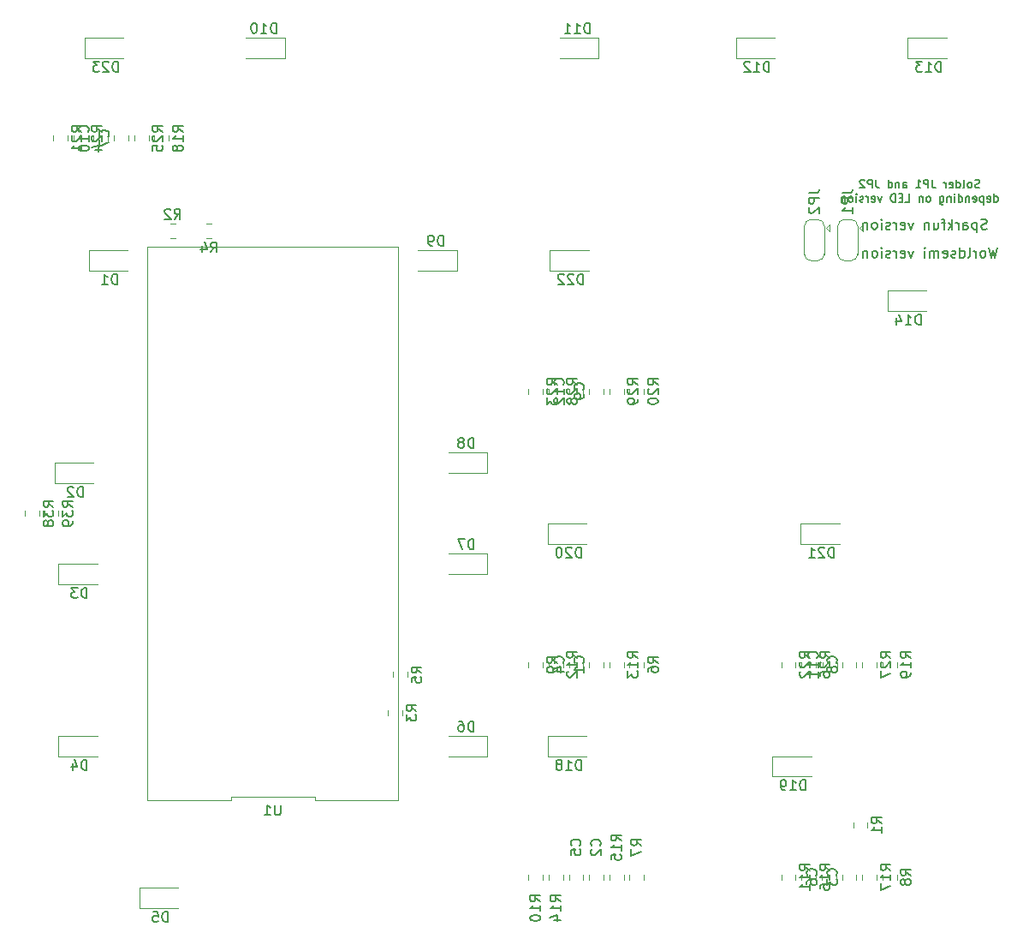
<source format=gbr>
G04 #@! TF.GenerationSoftware,KiCad,Pcbnew,(5.1.6)-1*
G04 #@! TF.CreationDate,2021-01-19T20:21:15+00:00*
G04 #@! TF.ProjectId,scope_user_interface,73636f70-655f-4757-9365-725f696e7465,rev?*
G04 #@! TF.SameCoordinates,Original*
G04 #@! TF.FileFunction,Legend,Bot*
G04 #@! TF.FilePolarity,Positive*
%FSLAX46Y46*%
G04 Gerber Fmt 4.6, Leading zero omitted, Abs format (unit mm)*
G04 Created by KiCad (PCBNEW (5.1.6)-1) date 2021-01-19 20:21:15*
%MOMM*%
%LPD*%
G01*
G04 APERTURE LIST*
%ADD10C,0.200000*%
%ADD11C,0.120000*%
%ADD12C,0.150000*%
G04 APERTURE END LIST*
D10*
X196682476Y-79716380D02*
X196444380Y-80716380D01*
X196253904Y-80002095D01*
X196063428Y-80716380D01*
X195825333Y-79716380D01*
X195301523Y-80716380D02*
X195396761Y-80668761D01*
X195444380Y-80621142D01*
X195492000Y-80525904D01*
X195492000Y-80240190D01*
X195444380Y-80144952D01*
X195396761Y-80097333D01*
X195301523Y-80049714D01*
X195158666Y-80049714D01*
X195063428Y-80097333D01*
X195015809Y-80144952D01*
X194968190Y-80240190D01*
X194968190Y-80525904D01*
X195015809Y-80621142D01*
X195063428Y-80668761D01*
X195158666Y-80716380D01*
X195301523Y-80716380D01*
X194539619Y-80716380D02*
X194539619Y-80049714D01*
X194539619Y-80240190D02*
X194492000Y-80144952D01*
X194444380Y-80097333D01*
X194349142Y-80049714D01*
X194253904Y-80049714D01*
X193777714Y-80716380D02*
X193872952Y-80668761D01*
X193920571Y-80573523D01*
X193920571Y-79716380D01*
X192968190Y-80716380D02*
X192968190Y-79716380D01*
X192968190Y-80668761D02*
X193063428Y-80716380D01*
X193253904Y-80716380D01*
X193349142Y-80668761D01*
X193396761Y-80621142D01*
X193444380Y-80525904D01*
X193444380Y-80240190D01*
X193396761Y-80144952D01*
X193349142Y-80097333D01*
X193253904Y-80049714D01*
X193063428Y-80049714D01*
X192968190Y-80097333D01*
X192539619Y-80668761D02*
X192444380Y-80716380D01*
X192253904Y-80716380D01*
X192158666Y-80668761D01*
X192111047Y-80573523D01*
X192111047Y-80525904D01*
X192158666Y-80430666D01*
X192253904Y-80383047D01*
X192396761Y-80383047D01*
X192492000Y-80335428D01*
X192539619Y-80240190D01*
X192539619Y-80192571D01*
X192492000Y-80097333D01*
X192396761Y-80049714D01*
X192253904Y-80049714D01*
X192158666Y-80097333D01*
X191301523Y-80668761D02*
X191396761Y-80716380D01*
X191587238Y-80716380D01*
X191682476Y-80668761D01*
X191730095Y-80573523D01*
X191730095Y-80192571D01*
X191682476Y-80097333D01*
X191587238Y-80049714D01*
X191396761Y-80049714D01*
X191301523Y-80097333D01*
X191253904Y-80192571D01*
X191253904Y-80287809D01*
X191730095Y-80383047D01*
X190825333Y-80716380D02*
X190825333Y-80049714D01*
X190825333Y-80144952D02*
X190777714Y-80097333D01*
X190682476Y-80049714D01*
X190539619Y-80049714D01*
X190444380Y-80097333D01*
X190396761Y-80192571D01*
X190396761Y-80716380D01*
X190396761Y-80192571D02*
X190349142Y-80097333D01*
X190253904Y-80049714D01*
X190111047Y-80049714D01*
X190015809Y-80097333D01*
X189968190Y-80192571D01*
X189968190Y-80716380D01*
X189492000Y-80716380D02*
X189492000Y-80049714D01*
X189492000Y-79716380D02*
X189539619Y-79764000D01*
X189492000Y-79811619D01*
X189444380Y-79764000D01*
X189492000Y-79716380D01*
X189492000Y-79811619D01*
X188349142Y-80049714D02*
X188111047Y-80716380D01*
X187872952Y-80049714D01*
X187111047Y-80668761D02*
X187206285Y-80716380D01*
X187396761Y-80716380D01*
X187492000Y-80668761D01*
X187539619Y-80573523D01*
X187539619Y-80192571D01*
X187492000Y-80097333D01*
X187396761Y-80049714D01*
X187206285Y-80049714D01*
X187111047Y-80097333D01*
X187063428Y-80192571D01*
X187063428Y-80287809D01*
X187539619Y-80383047D01*
X186634857Y-80716380D02*
X186634857Y-80049714D01*
X186634857Y-80240190D02*
X186587238Y-80144952D01*
X186539619Y-80097333D01*
X186444380Y-80049714D01*
X186349142Y-80049714D01*
X186063428Y-80668761D02*
X185968190Y-80716380D01*
X185777714Y-80716380D01*
X185682476Y-80668761D01*
X185634857Y-80573523D01*
X185634857Y-80525904D01*
X185682476Y-80430666D01*
X185777714Y-80383047D01*
X185920571Y-80383047D01*
X186015809Y-80335428D01*
X186063428Y-80240190D01*
X186063428Y-80192571D01*
X186015809Y-80097333D01*
X185920571Y-80049714D01*
X185777714Y-80049714D01*
X185682476Y-80097333D01*
X185206285Y-80716380D02*
X185206285Y-80049714D01*
X185206285Y-79716380D02*
X185253904Y-79764000D01*
X185206285Y-79811619D01*
X185158666Y-79764000D01*
X185206285Y-79716380D01*
X185206285Y-79811619D01*
X184587238Y-80716380D02*
X184682476Y-80668761D01*
X184730095Y-80621142D01*
X184777714Y-80525904D01*
X184777714Y-80240190D01*
X184730095Y-80144952D01*
X184682476Y-80097333D01*
X184587238Y-80049714D01*
X184444380Y-80049714D01*
X184349142Y-80097333D01*
X184301523Y-80144952D01*
X184253904Y-80240190D01*
X184253904Y-80525904D01*
X184301523Y-80621142D01*
X184349142Y-80668761D01*
X184444380Y-80716380D01*
X184587238Y-80716380D01*
X183825333Y-80049714D02*
X183825333Y-80716380D01*
X183825333Y-80144952D02*
X183777714Y-80097333D01*
X183682476Y-80049714D01*
X183539619Y-80049714D01*
X183444380Y-80097333D01*
X183396761Y-80192571D01*
X183396761Y-80716380D01*
X194899809Y-73791809D02*
X194785523Y-73829904D01*
X194595047Y-73829904D01*
X194518857Y-73791809D01*
X194480761Y-73753714D01*
X194442666Y-73677523D01*
X194442666Y-73601333D01*
X194480761Y-73525142D01*
X194518857Y-73487047D01*
X194595047Y-73448952D01*
X194747428Y-73410857D01*
X194823619Y-73372761D01*
X194861714Y-73334666D01*
X194899809Y-73258476D01*
X194899809Y-73182285D01*
X194861714Y-73106095D01*
X194823619Y-73068000D01*
X194747428Y-73029904D01*
X194556952Y-73029904D01*
X194442666Y-73068000D01*
X193985523Y-73829904D02*
X194061714Y-73791809D01*
X194099809Y-73753714D01*
X194137904Y-73677523D01*
X194137904Y-73448952D01*
X194099809Y-73372761D01*
X194061714Y-73334666D01*
X193985523Y-73296571D01*
X193871238Y-73296571D01*
X193795047Y-73334666D01*
X193756952Y-73372761D01*
X193718857Y-73448952D01*
X193718857Y-73677523D01*
X193756952Y-73753714D01*
X193795047Y-73791809D01*
X193871238Y-73829904D01*
X193985523Y-73829904D01*
X193261714Y-73829904D02*
X193337904Y-73791809D01*
X193376000Y-73715619D01*
X193376000Y-73029904D01*
X192614095Y-73829904D02*
X192614095Y-73029904D01*
X192614095Y-73791809D02*
X192690285Y-73829904D01*
X192842666Y-73829904D01*
X192918857Y-73791809D01*
X192956952Y-73753714D01*
X192995047Y-73677523D01*
X192995047Y-73448952D01*
X192956952Y-73372761D01*
X192918857Y-73334666D01*
X192842666Y-73296571D01*
X192690285Y-73296571D01*
X192614095Y-73334666D01*
X191928380Y-73791809D02*
X192004571Y-73829904D01*
X192156952Y-73829904D01*
X192233142Y-73791809D01*
X192271238Y-73715619D01*
X192271238Y-73410857D01*
X192233142Y-73334666D01*
X192156952Y-73296571D01*
X192004571Y-73296571D01*
X191928380Y-73334666D01*
X191890285Y-73410857D01*
X191890285Y-73487047D01*
X192271238Y-73563238D01*
X191547428Y-73829904D02*
X191547428Y-73296571D01*
X191547428Y-73448952D02*
X191509333Y-73372761D01*
X191471238Y-73334666D01*
X191395047Y-73296571D01*
X191318857Y-73296571D01*
X190214095Y-73029904D02*
X190214095Y-73601333D01*
X190252190Y-73715619D01*
X190328380Y-73791809D01*
X190442666Y-73829904D01*
X190518857Y-73829904D01*
X189833142Y-73829904D02*
X189833142Y-73029904D01*
X189528380Y-73029904D01*
X189452190Y-73068000D01*
X189414095Y-73106095D01*
X189376000Y-73182285D01*
X189376000Y-73296571D01*
X189414095Y-73372761D01*
X189452190Y-73410857D01*
X189528380Y-73448952D01*
X189833142Y-73448952D01*
X188614095Y-73829904D02*
X189071238Y-73829904D01*
X188842666Y-73829904D02*
X188842666Y-73029904D01*
X188918857Y-73144190D01*
X188995047Y-73220380D01*
X189071238Y-73258476D01*
X187318857Y-73829904D02*
X187318857Y-73410857D01*
X187356952Y-73334666D01*
X187433142Y-73296571D01*
X187585523Y-73296571D01*
X187661714Y-73334666D01*
X187318857Y-73791809D02*
X187395047Y-73829904D01*
X187585523Y-73829904D01*
X187661714Y-73791809D01*
X187699809Y-73715619D01*
X187699809Y-73639428D01*
X187661714Y-73563238D01*
X187585523Y-73525142D01*
X187395047Y-73525142D01*
X187318857Y-73487047D01*
X186937904Y-73296571D02*
X186937904Y-73829904D01*
X186937904Y-73372761D02*
X186899809Y-73334666D01*
X186823619Y-73296571D01*
X186709333Y-73296571D01*
X186633142Y-73334666D01*
X186595047Y-73410857D01*
X186595047Y-73829904D01*
X185871238Y-73829904D02*
X185871238Y-73029904D01*
X185871238Y-73791809D02*
X185947428Y-73829904D01*
X186099809Y-73829904D01*
X186176000Y-73791809D01*
X186214095Y-73753714D01*
X186252190Y-73677523D01*
X186252190Y-73448952D01*
X186214095Y-73372761D01*
X186176000Y-73334666D01*
X186099809Y-73296571D01*
X185947428Y-73296571D01*
X185871238Y-73334666D01*
X184652190Y-73029904D02*
X184652190Y-73601333D01*
X184690285Y-73715619D01*
X184766476Y-73791809D01*
X184880761Y-73829904D01*
X184956952Y-73829904D01*
X184271238Y-73829904D02*
X184271238Y-73029904D01*
X183966476Y-73029904D01*
X183890285Y-73068000D01*
X183852190Y-73106095D01*
X183814095Y-73182285D01*
X183814095Y-73296571D01*
X183852190Y-73372761D01*
X183890285Y-73410857D01*
X183966476Y-73448952D01*
X184271238Y-73448952D01*
X183509333Y-73106095D02*
X183471238Y-73068000D01*
X183395047Y-73029904D01*
X183204571Y-73029904D01*
X183128380Y-73068000D01*
X183090285Y-73106095D01*
X183052190Y-73182285D01*
X183052190Y-73258476D01*
X183090285Y-73372761D01*
X183547428Y-73829904D01*
X183052190Y-73829904D01*
X196347428Y-75229904D02*
X196347428Y-74429904D01*
X196347428Y-75191809D02*
X196423619Y-75229904D01*
X196576000Y-75229904D01*
X196652190Y-75191809D01*
X196690285Y-75153714D01*
X196728380Y-75077523D01*
X196728380Y-74848952D01*
X196690285Y-74772761D01*
X196652190Y-74734666D01*
X196576000Y-74696571D01*
X196423619Y-74696571D01*
X196347428Y-74734666D01*
X195661714Y-75191809D02*
X195737904Y-75229904D01*
X195890285Y-75229904D01*
X195966476Y-75191809D01*
X196004571Y-75115619D01*
X196004571Y-74810857D01*
X195966476Y-74734666D01*
X195890285Y-74696571D01*
X195737904Y-74696571D01*
X195661714Y-74734666D01*
X195623619Y-74810857D01*
X195623619Y-74887047D01*
X196004571Y-74963238D01*
X195280761Y-74696571D02*
X195280761Y-75496571D01*
X195280761Y-74734666D02*
X195204571Y-74696571D01*
X195052190Y-74696571D01*
X194976000Y-74734666D01*
X194937904Y-74772761D01*
X194899809Y-74848952D01*
X194899809Y-75077523D01*
X194937904Y-75153714D01*
X194976000Y-75191809D01*
X195052190Y-75229904D01*
X195204571Y-75229904D01*
X195280761Y-75191809D01*
X194252190Y-75191809D02*
X194328380Y-75229904D01*
X194480761Y-75229904D01*
X194556952Y-75191809D01*
X194595047Y-75115619D01*
X194595047Y-74810857D01*
X194556952Y-74734666D01*
X194480761Y-74696571D01*
X194328380Y-74696571D01*
X194252190Y-74734666D01*
X194214095Y-74810857D01*
X194214095Y-74887047D01*
X194595047Y-74963238D01*
X193871238Y-74696571D02*
X193871238Y-75229904D01*
X193871238Y-74772761D02*
X193833142Y-74734666D01*
X193756952Y-74696571D01*
X193642666Y-74696571D01*
X193566476Y-74734666D01*
X193528380Y-74810857D01*
X193528380Y-75229904D01*
X192804571Y-75229904D02*
X192804571Y-74429904D01*
X192804571Y-75191809D02*
X192880761Y-75229904D01*
X193033142Y-75229904D01*
X193109333Y-75191809D01*
X193147428Y-75153714D01*
X193185523Y-75077523D01*
X193185523Y-74848952D01*
X193147428Y-74772761D01*
X193109333Y-74734666D01*
X193033142Y-74696571D01*
X192880761Y-74696571D01*
X192804571Y-74734666D01*
X192423619Y-75229904D02*
X192423619Y-74696571D01*
X192423619Y-74429904D02*
X192461714Y-74468000D01*
X192423619Y-74506095D01*
X192385523Y-74468000D01*
X192423619Y-74429904D01*
X192423619Y-74506095D01*
X192042666Y-74696571D02*
X192042666Y-75229904D01*
X192042666Y-74772761D02*
X192004571Y-74734666D01*
X191928380Y-74696571D01*
X191814095Y-74696571D01*
X191737904Y-74734666D01*
X191699809Y-74810857D01*
X191699809Y-75229904D01*
X190976000Y-74696571D02*
X190976000Y-75344190D01*
X191014095Y-75420380D01*
X191052190Y-75458476D01*
X191128380Y-75496571D01*
X191242666Y-75496571D01*
X191318857Y-75458476D01*
X190976000Y-75191809D02*
X191052190Y-75229904D01*
X191204571Y-75229904D01*
X191280761Y-75191809D01*
X191318857Y-75153714D01*
X191356952Y-75077523D01*
X191356952Y-74848952D01*
X191318857Y-74772761D01*
X191280761Y-74734666D01*
X191204571Y-74696571D01*
X191052190Y-74696571D01*
X190976000Y-74734666D01*
X189871238Y-75229904D02*
X189947428Y-75191809D01*
X189985523Y-75153714D01*
X190023619Y-75077523D01*
X190023619Y-74848952D01*
X189985523Y-74772761D01*
X189947428Y-74734666D01*
X189871238Y-74696571D01*
X189756952Y-74696571D01*
X189680761Y-74734666D01*
X189642666Y-74772761D01*
X189604571Y-74848952D01*
X189604571Y-75077523D01*
X189642666Y-75153714D01*
X189680761Y-75191809D01*
X189756952Y-75229904D01*
X189871238Y-75229904D01*
X189261714Y-74696571D02*
X189261714Y-75229904D01*
X189261714Y-74772761D02*
X189223619Y-74734666D01*
X189147428Y-74696571D01*
X189033142Y-74696571D01*
X188956952Y-74734666D01*
X188918857Y-74810857D01*
X188918857Y-75229904D01*
X187547428Y-75229904D02*
X187928380Y-75229904D01*
X187928380Y-74429904D01*
X187280761Y-74810857D02*
X187014095Y-74810857D01*
X186899809Y-75229904D02*
X187280761Y-75229904D01*
X187280761Y-74429904D01*
X186899809Y-74429904D01*
X186556952Y-75229904D02*
X186556952Y-74429904D01*
X186366476Y-74429904D01*
X186252190Y-74468000D01*
X186176000Y-74544190D01*
X186137904Y-74620380D01*
X186099809Y-74772761D01*
X186099809Y-74887047D01*
X186137904Y-75039428D01*
X186176000Y-75115619D01*
X186252190Y-75191809D01*
X186366476Y-75229904D01*
X186556952Y-75229904D01*
X185223619Y-74696571D02*
X185033142Y-75229904D01*
X184842666Y-74696571D01*
X184233142Y-75191809D02*
X184309333Y-75229904D01*
X184461714Y-75229904D01*
X184537904Y-75191809D01*
X184576000Y-75115619D01*
X184576000Y-74810857D01*
X184537904Y-74734666D01*
X184461714Y-74696571D01*
X184309333Y-74696571D01*
X184233142Y-74734666D01*
X184195047Y-74810857D01*
X184195047Y-74887047D01*
X184576000Y-74963238D01*
X183852190Y-75229904D02*
X183852190Y-74696571D01*
X183852190Y-74848952D02*
X183814095Y-74772761D01*
X183776000Y-74734666D01*
X183699809Y-74696571D01*
X183623619Y-74696571D01*
X183395047Y-75191809D02*
X183318857Y-75229904D01*
X183166476Y-75229904D01*
X183090285Y-75191809D01*
X183052190Y-75115619D01*
X183052190Y-75077523D01*
X183090285Y-75001333D01*
X183166476Y-74963238D01*
X183280761Y-74963238D01*
X183356952Y-74925142D01*
X183395047Y-74848952D01*
X183395047Y-74810857D01*
X183356952Y-74734666D01*
X183280761Y-74696571D01*
X183166476Y-74696571D01*
X183090285Y-74734666D01*
X182709333Y-75229904D02*
X182709333Y-74696571D01*
X182709333Y-74429904D02*
X182747428Y-74468000D01*
X182709333Y-74506095D01*
X182671238Y-74468000D01*
X182709333Y-74429904D01*
X182709333Y-74506095D01*
X182214095Y-75229904D02*
X182290285Y-75191809D01*
X182328380Y-75153714D01*
X182366476Y-75077523D01*
X182366476Y-74848952D01*
X182328380Y-74772761D01*
X182290285Y-74734666D01*
X182214095Y-74696571D01*
X182099809Y-74696571D01*
X182023619Y-74734666D01*
X181985523Y-74772761D01*
X181947428Y-74848952D01*
X181947428Y-75077523D01*
X181985523Y-75153714D01*
X182023619Y-75191809D01*
X182099809Y-75229904D01*
X182214095Y-75229904D01*
X181604571Y-74696571D02*
X181604571Y-75229904D01*
X181604571Y-74772761D02*
X181566476Y-74734666D01*
X181490285Y-74696571D01*
X181376000Y-74696571D01*
X181299809Y-74734666D01*
X181261714Y-74810857D01*
X181261714Y-75229904D01*
X195626857Y-77874761D02*
X195484000Y-77922380D01*
X195245904Y-77922380D01*
X195150666Y-77874761D01*
X195103047Y-77827142D01*
X195055428Y-77731904D01*
X195055428Y-77636666D01*
X195103047Y-77541428D01*
X195150666Y-77493809D01*
X195245904Y-77446190D01*
X195436380Y-77398571D01*
X195531619Y-77350952D01*
X195579238Y-77303333D01*
X195626857Y-77208095D01*
X195626857Y-77112857D01*
X195579238Y-77017619D01*
X195531619Y-76970000D01*
X195436380Y-76922380D01*
X195198285Y-76922380D01*
X195055428Y-76970000D01*
X194626857Y-77255714D02*
X194626857Y-78255714D01*
X194626857Y-77303333D02*
X194531619Y-77255714D01*
X194341142Y-77255714D01*
X194245904Y-77303333D01*
X194198285Y-77350952D01*
X194150666Y-77446190D01*
X194150666Y-77731904D01*
X194198285Y-77827142D01*
X194245904Y-77874761D01*
X194341142Y-77922380D01*
X194531619Y-77922380D01*
X194626857Y-77874761D01*
X193293523Y-77922380D02*
X193293523Y-77398571D01*
X193341142Y-77303333D01*
X193436380Y-77255714D01*
X193626857Y-77255714D01*
X193722095Y-77303333D01*
X193293523Y-77874761D02*
X193388761Y-77922380D01*
X193626857Y-77922380D01*
X193722095Y-77874761D01*
X193769714Y-77779523D01*
X193769714Y-77684285D01*
X193722095Y-77589047D01*
X193626857Y-77541428D01*
X193388761Y-77541428D01*
X193293523Y-77493809D01*
X192817333Y-77922380D02*
X192817333Y-77255714D01*
X192817333Y-77446190D02*
X192769714Y-77350952D01*
X192722095Y-77303333D01*
X192626857Y-77255714D01*
X192531619Y-77255714D01*
X192198285Y-77922380D02*
X192198285Y-76922380D01*
X192103047Y-77541428D02*
X191817333Y-77922380D01*
X191817333Y-77255714D02*
X192198285Y-77636666D01*
X191531619Y-77255714D02*
X191150666Y-77255714D01*
X191388761Y-77922380D02*
X191388761Y-77065238D01*
X191341142Y-76970000D01*
X191245904Y-76922380D01*
X191150666Y-76922380D01*
X190388761Y-77255714D02*
X190388761Y-77922380D01*
X190817333Y-77255714D02*
X190817333Y-77779523D01*
X190769714Y-77874761D01*
X190674476Y-77922380D01*
X190531619Y-77922380D01*
X190436380Y-77874761D01*
X190388761Y-77827142D01*
X189912571Y-77255714D02*
X189912571Y-77922380D01*
X189912571Y-77350952D02*
X189864952Y-77303333D01*
X189769714Y-77255714D01*
X189626857Y-77255714D01*
X189531619Y-77303333D01*
X189484000Y-77398571D01*
X189484000Y-77922380D01*
X188341142Y-77255714D02*
X188103047Y-77922380D01*
X187864952Y-77255714D01*
X187103047Y-77874761D02*
X187198285Y-77922380D01*
X187388761Y-77922380D01*
X187484000Y-77874761D01*
X187531619Y-77779523D01*
X187531619Y-77398571D01*
X187484000Y-77303333D01*
X187388761Y-77255714D01*
X187198285Y-77255714D01*
X187103047Y-77303333D01*
X187055428Y-77398571D01*
X187055428Y-77493809D01*
X187531619Y-77589047D01*
X186626857Y-77922380D02*
X186626857Y-77255714D01*
X186626857Y-77446190D02*
X186579238Y-77350952D01*
X186531619Y-77303333D01*
X186436380Y-77255714D01*
X186341142Y-77255714D01*
X186055428Y-77874761D02*
X185960190Y-77922380D01*
X185769714Y-77922380D01*
X185674476Y-77874761D01*
X185626857Y-77779523D01*
X185626857Y-77731904D01*
X185674476Y-77636666D01*
X185769714Y-77589047D01*
X185912571Y-77589047D01*
X186007809Y-77541428D01*
X186055428Y-77446190D01*
X186055428Y-77398571D01*
X186007809Y-77303333D01*
X185912571Y-77255714D01*
X185769714Y-77255714D01*
X185674476Y-77303333D01*
X185198285Y-77922380D02*
X185198285Y-77255714D01*
X185198285Y-76922380D02*
X185245904Y-76970000D01*
X185198285Y-77017619D01*
X185150666Y-76970000D01*
X185198285Y-76922380D01*
X185198285Y-77017619D01*
X184579238Y-77922380D02*
X184674476Y-77874761D01*
X184722095Y-77827142D01*
X184769714Y-77731904D01*
X184769714Y-77446190D01*
X184722095Y-77350952D01*
X184674476Y-77303333D01*
X184579238Y-77255714D01*
X184436380Y-77255714D01*
X184341142Y-77303333D01*
X184293523Y-77350952D01*
X184245904Y-77446190D01*
X184245904Y-77731904D01*
X184293523Y-77827142D01*
X184341142Y-77874761D01*
X184436380Y-77922380D01*
X184579238Y-77922380D01*
X183817333Y-77255714D02*
X183817333Y-77922380D01*
X183817333Y-77350952D02*
X183769714Y-77303333D01*
X183674476Y-77255714D01*
X183531619Y-77255714D01*
X183436380Y-77303333D01*
X183388761Y-77398571D01*
X183388761Y-77922380D01*
D11*
X150290000Y-142196078D02*
X150290000Y-141678922D01*
X151710000Y-142196078D02*
X151710000Y-141678922D01*
X160290000Y-142196078D02*
X160290000Y-141678922D01*
X161710000Y-142196078D02*
X161710000Y-141678922D01*
X152200000Y-109000000D02*
X156050000Y-109000000D01*
X152200000Y-107000000D02*
X156050000Y-107000000D01*
X152200000Y-109000000D02*
X152200000Y-107000000D01*
X174400000Y-132000000D02*
X178250000Y-132000000D01*
X174400000Y-130000000D02*
X178250000Y-130000000D01*
X174400000Y-132000000D02*
X174400000Y-130000000D01*
X152290000Y-121196078D02*
X152290000Y-120678922D01*
X153710000Y-121196078D02*
X153710000Y-120678922D01*
X150290000Y-121196078D02*
X150290000Y-120678922D01*
X151710000Y-121196078D02*
X151710000Y-120678922D01*
X185290000Y-142196078D02*
X185290000Y-141678922D01*
X186710000Y-142196078D02*
X186710000Y-141678922D01*
X160290000Y-121196078D02*
X160290000Y-120678922D01*
X161710000Y-121196078D02*
X161710000Y-120678922D01*
X136890000Y-122196078D02*
X136890000Y-121678922D01*
X138310000Y-122196078D02*
X138310000Y-121678922D01*
X118441422Y-77390000D02*
X118958578Y-77390000D01*
X118441422Y-78810000D02*
X118958578Y-78810000D01*
X115358578Y-78810000D02*
X114841422Y-78810000D01*
X115358578Y-77390000D02*
X114841422Y-77390000D01*
X182390000Y-137058578D02*
X182390000Y-136541422D01*
X183810000Y-137058578D02*
X183810000Y-136541422D01*
X106400000Y-61000000D02*
X110250000Y-61000000D01*
X106400000Y-59000000D02*
X110250000Y-59000000D01*
X106400000Y-61000000D02*
X106400000Y-59000000D01*
X152400000Y-82000000D02*
X156250000Y-82000000D01*
X152400000Y-80000000D02*
X156250000Y-80000000D01*
X152400000Y-82000000D02*
X152400000Y-80000000D01*
X136390000Y-125958578D02*
X136390000Y-125441422D01*
X137810000Y-125958578D02*
X137810000Y-125441422D01*
X177200000Y-109000000D02*
X181050000Y-109000000D01*
X177200000Y-107000000D02*
X181050000Y-107000000D01*
X177200000Y-109000000D02*
X177200000Y-107000000D01*
X175290000Y-142196078D02*
X175290000Y-141678922D01*
X176710000Y-142196078D02*
X176710000Y-141678922D01*
X158290000Y-121196078D02*
X158290000Y-120678922D01*
X159710000Y-121196078D02*
X159710000Y-120678922D01*
X110710000Y-68678922D02*
X110710000Y-69196078D01*
X109290000Y-68678922D02*
X109290000Y-69196078D01*
X180710000Y-141678922D02*
X180710000Y-142196078D01*
X179290000Y-141678922D02*
X179290000Y-142196078D01*
X182710000Y-120678922D02*
X182710000Y-121196078D01*
X181290000Y-120678922D02*
X181290000Y-121196078D01*
X182710000Y-141678922D02*
X182710000Y-142196078D01*
X181290000Y-141678922D02*
X181290000Y-142196078D01*
X155710000Y-141678922D02*
X155710000Y-142196078D01*
X154290000Y-141678922D02*
X154290000Y-142196078D01*
X157710000Y-120678922D02*
X157710000Y-121196078D01*
X156290000Y-120678922D02*
X156290000Y-121196078D01*
X157710000Y-93678922D02*
X157710000Y-94196078D01*
X156290000Y-93678922D02*
X156290000Y-94196078D01*
X157710000Y-141678922D02*
X157710000Y-142196078D01*
X156290000Y-141678922D02*
X156290000Y-142196078D01*
X155710000Y-120678922D02*
X155710000Y-121196078D01*
X154290000Y-120678922D02*
X154290000Y-121196078D01*
X180864000Y-77594000D02*
X180864000Y-80394000D01*
X181564000Y-81044000D02*
X182164000Y-81044000D01*
X182864000Y-80394000D02*
X182864000Y-77594000D01*
X182164000Y-76944000D02*
X181564000Y-76944000D01*
X183064000Y-77794000D02*
X183364000Y-77494000D01*
X183364000Y-77494000D02*
X183364000Y-78094000D01*
X183064000Y-77794000D02*
X183364000Y-78094000D01*
X181564000Y-76944000D02*
G75*
G03*
X180864000Y-77644000I0J-700000D01*
G01*
X182864000Y-77644000D02*
G75*
G03*
X182164000Y-76944000I-700000J0D01*
G01*
X182164000Y-81044000D02*
G75*
G03*
X182864000Y-80344000I0J700000D01*
G01*
X180864000Y-80344000D02*
G75*
G03*
X181564000Y-81044000I700000J0D01*
G01*
X101910000Y-106258578D02*
X101910000Y-105741422D01*
X100490000Y-106258578D02*
X100490000Y-105741422D01*
X103810000Y-106258578D02*
X103810000Y-105741422D01*
X102390000Y-106258578D02*
X102390000Y-105741422D01*
X112570001Y-134370000D02*
X112570000Y-79630000D01*
X112570000Y-79630000D02*
X137429999Y-79630000D01*
X137429999Y-79630000D02*
X137430000Y-134370000D01*
X137430000Y-134370000D02*
X129143333Y-134370000D01*
X129143333Y-134370000D02*
X129143333Y-134010000D01*
X129143333Y-134010000D02*
X120856667Y-134010000D01*
X120856667Y-134010000D02*
X120856667Y-134370000D01*
X120856667Y-134370000D02*
X112570001Y-134370000D01*
X177562000Y-77594000D02*
X177562000Y-80394000D01*
X178262000Y-81044000D02*
X178862000Y-81044000D01*
X179562000Y-80394000D02*
X179562000Y-77594000D01*
X178862000Y-76944000D02*
X178262000Y-76944000D01*
X179762000Y-77794000D02*
X180062000Y-77494000D01*
X180062000Y-77494000D02*
X180062000Y-78094000D01*
X179762000Y-77794000D02*
X180062000Y-78094000D01*
X178262000Y-76944000D02*
G75*
G03*
X177562000Y-77644000I0J-700000D01*
G01*
X179562000Y-77644000D02*
G75*
G03*
X178862000Y-76944000I-700000J0D01*
G01*
X178862000Y-81044000D02*
G75*
G03*
X179562000Y-80344000I0J700000D01*
G01*
X177562000Y-80344000D02*
G75*
G03*
X178262000Y-81044000I700000J0D01*
G01*
X177290000Y-121196078D02*
X177290000Y-120678922D01*
X178710000Y-121196078D02*
X178710000Y-120678922D01*
X185290000Y-121196078D02*
X185290000Y-120678922D01*
X186710000Y-121196078D02*
X186710000Y-120678922D01*
X113290000Y-69196078D02*
X113290000Y-68678922D01*
X114710000Y-69196078D02*
X114710000Y-68678922D01*
X177290000Y-142196078D02*
X177290000Y-141678922D01*
X178710000Y-142196078D02*
X178710000Y-141678922D01*
X158290000Y-142196078D02*
X158290000Y-141678922D01*
X159710000Y-142196078D02*
X159710000Y-141678922D01*
X158290000Y-94196078D02*
X158290000Y-93678922D01*
X159710000Y-94196078D02*
X159710000Y-93678922D01*
X183290000Y-121196078D02*
X183290000Y-120678922D01*
X184710000Y-121196078D02*
X184710000Y-120678922D01*
X111290000Y-69196078D02*
X111290000Y-68678922D01*
X112710000Y-69196078D02*
X112710000Y-68678922D01*
X160290000Y-94196078D02*
X160290000Y-93678922D01*
X161710000Y-94196078D02*
X161710000Y-93678922D01*
X183290000Y-142196078D02*
X183290000Y-141678922D01*
X184710000Y-142196078D02*
X184710000Y-141678922D01*
X105290000Y-69196078D02*
X105290000Y-68678922D01*
X106710000Y-69196078D02*
X106710000Y-68678922D01*
X150290000Y-94196078D02*
X150290000Y-93678922D01*
X151710000Y-94196078D02*
X151710000Y-93678922D01*
X103290000Y-69196078D02*
X103290000Y-68678922D01*
X104710000Y-69196078D02*
X104710000Y-68678922D01*
X152290000Y-142196078D02*
X152290000Y-141678922D01*
X153710000Y-142196078D02*
X153710000Y-141678922D01*
X152290000Y-94196078D02*
X152290000Y-93678922D01*
X153710000Y-94196078D02*
X153710000Y-93678922D01*
X175290000Y-121196078D02*
X175290000Y-120678922D01*
X176710000Y-121196078D02*
X176710000Y-120678922D01*
X146200000Y-100000000D02*
X142350000Y-100000000D01*
X146200000Y-102000000D02*
X142350000Y-102000000D01*
X146200000Y-100000000D02*
X146200000Y-102000000D01*
X146200000Y-128000000D02*
X142350000Y-128000000D01*
X146200000Y-130000000D02*
X142350000Y-130000000D01*
X146200000Y-128000000D02*
X146200000Y-130000000D01*
X143200000Y-80000000D02*
X139350000Y-80000000D01*
X143200000Y-82000000D02*
X139350000Y-82000000D01*
X143200000Y-80000000D02*
X143200000Y-82000000D01*
X108710000Y-68678922D02*
X108710000Y-69196078D01*
X107290000Y-68678922D02*
X107290000Y-69196078D01*
X170800000Y-61000000D02*
X174650000Y-61000000D01*
X170800000Y-59000000D02*
X174650000Y-59000000D01*
X170800000Y-61000000D02*
X170800000Y-59000000D01*
X103800000Y-113000000D02*
X107650000Y-113000000D01*
X103800000Y-111000000D02*
X107650000Y-111000000D01*
X103800000Y-113000000D02*
X103800000Y-111000000D01*
X152200000Y-130000000D02*
X156050000Y-130000000D01*
X152200000Y-128000000D02*
X156050000Y-128000000D01*
X152200000Y-130000000D02*
X152200000Y-128000000D01*
X106800000Y-82000000D02*
X110650000Y-82000000D01*
X106800000Y-80000000D02*
X110650000Y-80000000D01*
X106800000Y-82000000D02*
X106800000Y-80000000D01*
X155710000Y-93678922D02*
X155710000Y-94196078D01*
X154290000Y-93678922D02*
X154290000Y-94196078D01*
X103800000Y-130000000D02*
X107650000Y-130000000D01*
X103800000Y-128000000D02*
X107650000Y-128000000D01*
X103800000Y-130000000D02*
X103800000Y-128000000D01*
X185800000Y-86000000D02*
X189650000Y-86000000D01*
X185800000Y-84000000D02*
X189650000Y-84000000D01*
X185800000Y-86000000D02*
X185800000Y-84000000D01*
X146200000Y-110000000D02*
X142350000Y-110000000D01*
X146200000Y-112000000D02*
X142350000Y-112000000D01*
X146200000Y-110000000D02*
X146200000Y-112000000D01*
X111800000Y-145000000D02*
X115650000Y-145000000D01*
X111800000Y-143000000D02*
X115650000Y-143000000D01*
X111800000Y-145000000D02*
X111800000Y-143000000D01*
X103400000Y-103000000D02*
X107250000Y-103000000D01*
X103400000Y-101000000D02*
X107250000Y-101000000D01*
X103400000Y-103000000D02*
X103400000Y-101000000D01*
X180835000Y-120678922D02*
X180835000Y-121196078D01*
X179415000Y-120678922D02*
X179415000Y-121196078D01*
X157200000Y-59000000D02*
X153350000Y-59000000D01*
X157200000Y-61000000D02*
X153350000Y-61000000D01*
X157200000Y-59000000D02*
X157200000Y-61000000D01*
X187800000Y-61000000D02*
X191650000Y-61000000D01*
X187800000Y-59000000D02*
X191650000Y-59000000D01*
X187800000Y-61000000D02*
X187800000Y-59000000D01*
X126200000Y-59000000D02*
X122350000Y-59000000D01*
X126200000Y-61000000D02*
X122350000Y-61000000D01*
X126200000Y-59000000D02*
X126200000Y-61000000D01*
D12*
X151452380Y-144357142D02*
X150976190Y-144023809D01*
X151452380Y-143785714D02*
X150452380Y-143785714D01*
X150452380Y-144166666D01*
X150500000Y-144261904D01*
X150547619Y-144309523D01*
X150642857Y-144357142D01*
X150785714Y-144357142D01*
X150880952Y-144309523D01*
X150928571Y-144261904D01*
X150976190Y-144166666D01*
X150976190Y-143785714D01*
X151452380Y-145309523D02*
X151452380Y-144738095D01*
X151452380Y-145023809D02*
X150452380Y-145023809D01*
X150595238Y-144928571D01*
X150690476Y-144833333D01*
X150738095Y-144738095D01*
X150452380Y-145928571D02*
X150452380Y-146023809D01*
X150500000Y-146119047D01*
X150547619Y-146166666D01*
X150642857Y-146214285D01*
X150833333Y-146261904D01*
X151071428Y-146261904D01*
X151261904Y-146214285D01*
X151357142Y-146166666D01*
X151404761Y-146119047D01*
X151452380Y-146023809D01*
X151452380Y-145928571D01*
X151404761Y-145833333D01*
X151357142Y-145785714D01*
X151261904Y-145738095D01*
X151071428Y-145690476D01*
X150833333Y-145690476D01*
X150642857Y-145738095D01*
X150547619Y-145785714D01*
X150500000Y-145833333D01*
X150452380Y-145928571D01*
X161452380Y-138833333D02*
X160976190Y-138500000D01*
X161452380Y-138261904D02*
X160452380Y-138261904D01*
X160452380Y-138642857D01*
X160500000Y-138738095D01*
X160547619Y-138785714D01*
X160642857Y-138833333D01*
X160785714Y-138833333D01*
X160880952Y-138785714D01*
X160928571Y-138738095D01*
X160976190Y-138642857D01*
X160976190Y-138261904D01*
X160452380Y-139166666D02*
X160452380Y-139833333D01*
X161452380Y-139404761D01*
X155487285Y-110357380D02*
X155487285Y-109357380D01*
X155249190Y-109357380D01*
X155106333Y-109405000D01*
X155011095Y-109500238D01*
X154963476Y-109595476D01*
X154915857Y-109785952D01*
X154915857Y-109928809D01*
X154963476Y-110119285D01*
X155011095Y-110214523D01*
X155106333Y-110309761D01*
X155249190Y-110357380D01*
X155487285Y-110357380D01*
X154534904Y-109452619D02*
X154487285Y-109405000D01*
X154392047Y-109357380D01*
X154153952Y-109357380D01*
X154058714Y-109405000D01*
X154011095Y-109452619D01*
X153963476Y-109547857D01*
X153963476Y-109643095D01*
X154011095Y-109785952D01*
X154582523Y-110357380D01*
X153963476Y-110357380D01*
X153344428Y-109357380D02*
X153249190Y-109357380D01*
X153153952Y-109405000D01*
X153106333Y-109452619D01*
X153058714Y-109547857D01*
X153011095Y-109738333D01*
X153011095Y-109976428D01*
X153058714Y-110166904D01*
X153106333Y-110262142D01*
X153153952Y-110309761D01*
X153249190Y-110357380D01*
X153344428Y-110357380D01*
X153439666Y-110309761D01*
X153487285Y-110262142D01*
X153534904Y-110166904D01*
X153582523Y-109976428D01*
X153582523Y-109738333D01*
X153534904Y-109547857D01*
X153487285Y-109452619D01*
X153439666Y-109405000D01*
X153344428Y-109357380D01*
X177687285Y-133357380D02*
X177687285Y-132357380D01*
X177449190Y-132357380D01*
X177306333Y-132405000D01*
X177211095Y-132500238D01*
X177163476Y-132595476D01*
X177115857Y-132785952D01*
X177115857Y-132928809D01*
X177163476Y-133119285D01*
X177211095Y-133214523D01*
X177306333Y-133309761D01*
X177449190Y-133357380D01*
X177687285Y-133357380D01*
X176163476Y-133357380D02*
X176734904Y-133357380D01*
X176449190Y-133357380D02*
X176449190Y-132357380D01*
X176544428Y-132500238D01*
X176639666Y-132595476D01*
X176734904Y-132643095D01*
X175687285Y-133357380D02*
X175496809Y-133357380D01*
X175401571Y-133309761D01*
X175353952Y-133262142D01*
X175258714Y-133119285D01*
X175211095Y-132928809D01*
X175211095Y-132547857D01*
X175258714Y-132452619D01*
X175306333Y-132405000D01*
X175401571Y-132357380D01*
X175592047Y-132357380D01*
X175687285Y-132405000D01*
X175734904Y-132452619D01*
X175782523Y-132547857D01*
X175782523Y-132785952D01*
X175734904Y-132881190D01*
X175687285Y-132928809D01*
X175592047Y-132976428D01*
X175401571Y-132976428D01*
X175306333Y-132928809D01*
X175258714Y-132881190D01*
X175211095Y-132785952D01*
X155102380Y-120294642D02*
X154626190Y-119961309D01*
X155102380Y-119723214D02*
X154102380Y-119723214D01*
X154102380Y-120104166D01*
X154150000Y-120199404D01*
X154197619Y-120247023D01*
X154292857Y-120294642D01*
X154435714Y-120294642D01*
X154530952Y-120247023D01*
X154578571Y-120199404D01*
X154626190Y-120104166D01*
X154626190Y-119723214D01*
X155102380Y-121247023D02*
X155102380Y-120675595D01*
X155102380Y-120961309D02*
X154102380Y-120961309D01*
X154245238Y-120866071D01*
X154340476Y-120770833D01*
X154388095Y-120675595D01*
X154197619Y-121627976D02*
X154150000Y-121675595D01*
X154102380Y-121770833D01*
X154102380Y-122008928D01*
X154150000Y-122104166D01*
X154197619Y-122151785D01*
X154292857Y-122199404D01*
X154388095Y-122199404D01*
X154530952Y-122151785D01*
X155102380Y-121580357D01*
X155102380Y-122199404D01*
X153102380Y-120770833D02*
X152626190Y-120437500D01*
X153102380Y-120199404D02*
X152102380Y-120199404D01*
X152102380Y-120580357D01*
X152150000Y-120675595D01*
X152197619Y-120723214D01*
X152292857Y-120770833D01*
X152435714Y-120770833D01*
X152530952Y-120723214D01*
X152578571Y-120675595D01*
X152626190Y-120580357D01*
X152626190Y-120199404D01*
X153102380Y-121247023D02*
X153102380Y-121437500D01*
X153054761Y-121532738D01*
X153007142Y-121580357D01*
X152864285Y-121675595D01*
X152673809Y-121723214D01*
X152292857Y-121723214D01*
X152197619Y-121675595D01*
X152150000Y-121627976D01*
X152102380Y-121532738D01*
X152102380Y-121342261D01*
X152150000Y-121247023D01*
X152197619Y-121199404D01*
X152292857Y-121151785D01*
X152530952Y-121151785D01*
X152626190Y-121199404D01*
X152673809Y-121247023D01*
X152721428Y-121342261D01*
X152721428Y-121532738D01*
X152673809Y-121627976D01*
X152626190Y-121675595D01*
X152530952Y-121723214D01*
X188102380Y-141770833D02*
X187626190Y-141437500D01*
X188102380Y-141199404D02*
X187102380Y-141199404D01*
X187102380Y-141580357D01*
X187150000Y-141675595D01*
X187197619Y-141723214D01*
X187292857Y-141770833D01*
X187435714Y-141770833D01*
X187530952Y-141723214D01*
X187578571Y-141675595D01*
X187626190Y-141580357D01*
X187626190Y-141199404D01*
X187530952Y-142342261D02*
X187483333Y-142247023D01*
X187435714Y-142199404D01*
X187340476Y-142151785D01*
X187292857Y-142151785D01*
X187197619Y-142199404D01*
X187150000Y-142247023D01*
X187102380Y-142342261D01*
X187102380Y-142532738D01*
X187150000Y-142627976D01*
X187197619Y-142675595D01*
X187292857Y-142723214D01*
X187340476Y-142723214D01*
X187435714Y-142675595D01*
X187483333Y-142627976D01*
X187530952Y-142532738D01*
X187530952Y-142342261D01*
X187578571Y-142247023D01*
X187626190Y-142199404D01*
X187721428Y-142151785D01*
X187911904Y-142151785D01*
X188007142Y-142199404D01*
X188054761Y-142247023D01*
X188102380Y-142342261D01*
X188102380Y-142532738D01*
X188054761Y-142627976D01*
X188007142Y-142675595D01*
X187911904Y-142723214D01*
X187721428Y-142723214D01*
X187626190Y-142675595D01*
X187578571Y-142627976D01*
X187530952Y-142532738D01*
X163102380Y-120770833D02*
X162626190Y-120437500D01*
X163102380Y-120199404D02*
X162102380Y-120199404D01*
X162102380Y-120580357D01*
X162150000Y-120675595D01*
X162197619Y-120723214D01*
X162292857Y-120770833D01*
X162435714Y-120770833D01*
X162530952Y-120723214D01*
X162578571Y-120675595D01*
X162626190Y-120580357D01*
X162626190Y-120199404D01*
X162102380Y-121627976D02*
X162102380Y-121437500D01*
X162150000Y-121342261D01*
X162197619Y-121294642D01*
X162340476Y-121199404D01*
X162530952Y-121151785D01*
X162911904Y-121151785D01*
X163007142Y-121199404D01*
X163054761Y-121247023D01*
X163102380Y-121342261D01*
X163102380Y-121532738D01*
X163054761Y-121627976D01*
X163007142Y-121675595D01*
X162911904Y-121723214D01*
X162673809Y-121723214D01*
X162578571Y-121675595D01*
X162530952Y-121627976D01*
X162483333Y-121532738D01*
X162483333Y-121342261D01*
X162530952Y-121247023D01*
X162578571Y-121199404D01*
X162673809Y-121151785D01*
X139702380Y-121770833D02*
X139226190Y-121437500D01*
X139702380Y-121199404D02*
X138702380Y-121199404D01*
X138702380Y-121580357D01*
X138750000Y-121675595D01*
X138797619Y-121723214D01*
X138892857Y-121770833D01*
X139035714Y-121770833D01*
X139130952Y-121723214D01*
X139178571Y-121675595D01*
X139226190Y-121580357D01*
X139226190Y-121199404D01*
X138702380Y-122675595D02*
X138702380Y-122199404D01*
X139178571Y-122151785D01*
X139130952Y-122199404D01*
X139083333Y-122294642D01*
X139083333Y-122532738D01*
X139130952Y-122627976D01*
X139178571Y-122675595D01*
X139273809Y-122723214D01*
X139511904Y-122723214D01*
X139607142Y-122675595D01*
X139654761Y-122627976D01*
X139702380Y-122532738D01*
X139702380Y-122294642D01*
X139654761Y-122199404D01*
X139607142Y-122151785D01*
X118866666Y-80202380D02*
X119200000Y-79726190D01*
X119438095Y-80202380D02*
X119438095Y-79202380D01*
X119057142Y-79202380D01*
X118961904Y-79250000D01*
X118914285Y-79297619D01*
X118866666Y-79392857D01*
X118866666Y-79535714D01*
X118914285Y-79630952D01*
X118961904Y-79678571D01*
X119057142Y-79726190D01*
X119438095Y-79726190D01*
X118009523Y-79535714D02*
X118009523Y-80202380D01*
X118247619Y-79154761D02*
X118485714Y-79869047D01*
X117866666Y-79869047D01*
X115266666Y-76902380D02*
X115600000Y-76426190D01*
X115838095Y-76902380D02*
X115838095Y-75902380D01*
X115457142Y-75902380D01*
X115361904Y-75950000D01*
X115314285Y-75997619D01*
X115266666Y-76092857D01*
X115266666Y-76235714D01*
X115314285Y-76330952D01*
X115361904Y-76378571D01*
X115457142Y-76426190D01*
X115838095Y-76426190D01*
X114885714Y-75997619D02*
X114838095Y-75950000D01*
X114742857Y-75902380D01*
X114504761Y-75902380D01*
X114409523Y-75950000D01*
X114361904Y-75997619D01*
X114314285Y-76092857D01*
X114314285Y-76188095D01*
X114361904Y-76330952D01*
X114933333Y-76902380D01*
X114314285Y-76902380D01*
X185202380Y-136633333D02*
X184726190Y-136300000D01*
X185202380Y-136061904D02*
X184202380Y-136061904D01*
X184202380Y-136442857D01*
X184250000Y-136538095D01*
X184297619Y-136585714D01*
X184392857Y-136633333D01*
X184535714Y-136633333D01*
X184630952Y-136585714D01*
X184678571Y-136538095D01*
X184726190Y-136442857D01*
X184726190Y-136061904D01*
X185202380Y-137585714D02*
X185202380Y-137014285D01*
X185202380Y-137300000D02*
X184202380Y-137300000D01*
X184345238Y-137204761D01*
X184440476Y-137109523D01*
X184488095Y-137014285D01*
X109687285Y-62357380D02*
X109687285Y-61357380D01*
X109449190Y-61357380D01*
X109306333Y-61405000D01*
X109211095Y-61500238D01*
X109163476Y-61595476D01*
X109115857Y-61785952D01*
X109115857Y-61928809D01*
X109163476Y-62119285D01*
X109211095Y-62214523D01*
X109306333Y-62309761D01*
X109449190Y-62357380D01*
X109687285Y-62357380D01*
X108734904Y-61452619D02*
X108687285Y-61405000D01*
X108592047Y-61357380D01*
X108353952Y-61357380D01*
X108258714Y-61405000D01*
X108211095Y-61452619D01*
X108163476Y-61547857D01*
X108163476Y-61643095D01*
X108211095Y-61785952D01*
X108782523Y-62357380D01*
X108163476Y-62357380D01*
X107830142Y-61357380D02*
X107211095Y-61357380D01*
X107544428Y-61738333D01*
X107401571Y-61738333D01*
X107306333Y-61785952D01*
X107258714Y-61833571D01*
X107211095Y-61928809D01*
X107211095Y-62166904D01*
X107258714Y-62262142D01*
X107306333Y-62309761D01*
X107401571Y-62357380D01*
X107687285Y-62357380D01*
X107782523Y-62309761D01*
X107830142Y-62262142D01*
X155687285Y-83357380D02*
X155687285Y-82357380D01*
X155449190Y-82357380D01*
X155306333Y-82405000D01*
X155211095Y-82500238D01*
X155163476Y-82595476D01*
X155115857Y-82785952D01*
X155115857Y-82928809D01*
X155163476Y-83119285D01*
X155211095Y-83214523D01*
X155306333Y-83309761D01*
X155449190Y-83357380D01*
X155687285Y-83357380D01*
X154734904Y-82452619D02*
X154687285Y-82405000D01*
X154592047Y-82357380D01*
X154353952Y-82357380D01*
X154258714Y-82405000D01*
X154211095Y-82452619D01*
X154163476Y-82547857D01*
X154163476Y-82643095D01*
X154211095Y-82785952D01*
X154782523Y-83357380D01*
X154163476Y-83357380D01*
X153782523Y-82452619D02*
X153734904Y-82405000D01*
X153639666Y-82357380D01*
X153401571Y-82357380D01*
X153306333Y-82405000D01*
X153258714Y-82452619D01*
X153211095Y-82547857D01*
X153211095Y-82643095D01*
X153258714Y-82785952D01*
X153830142Y-83357380D01*
X153211095Y-83357380D01*
X139202380Y-125533333D02*
X138726190Y-125200000D01*
X139202380Y-124961904D02*
X138202380Y-124961904D01*
X138202380Y-125342857D01*
X138250000Y-125438095D01*
X138297619Y-125485714D01*
X138392857Y-125533333D01*
X138535714Y-125533333D01*
X138630952Y-125485714D01*
X138678571Y-125438095D01*
X138726190Y-125342857D01*
X138726190Y-124961904D01*
X138202380Y-125866666D02*
X138202380Y-126485714D01*
X138583333Y-126152380D01*
X138583333Y-126295238D01*
X138630952Y-126390476D01*
X138678571Y-126438095D01*
X138773809Y-126485714D01*
X139011904Y-126485714D01*
X139107142Y-126438095D01*
X139154761Y-126390476D01*
X139202380Y-126295238D01*
X139202380Y-126009523D01*
X139154761Y-125914285D01*
X139107142Y-125866666D01*
X180487285Y-110357380D02*
X180487285Y-109357380D01*
X180249190Y-109357380D01*
X180106333Y-109405000D01*
X180011095Y-109500238D01*
X179963476Y-109595476D01*
X179915857Y-109785952D01*
X179915857Y-109928809D01*
X179963476Y-110119285D01*
X180011095Y-110214523D01*
X180106333Y-110309761D01*
X180249190Y-110357380D01*
X180487285Y-110357380D01*
X179534904Y-109452619D02*
X179487285Y-109405000D01*
X179392047Y-109357380D01*
X179153952Y-109357380D01*
X179058714Y-109405000D01*
X179011095Y-109452619D01*
X178963476Y-109547857D01*
X178963476Y-109643095D01*
X179011095Y-109785952D01*
X179582523Y-110357380D01*
X178963476Y-110357380D01*
X178011095Y-110357380D02*
X178582523Y-110357380D01*
X178296809Y-110357380D02*
X178296809Y-109357380D01*
X178392047Y-109500238D01*
X178487285Y-109595476D01*
X178582523Y-109643095D01*
X178102380Y-141294642D02*
X177626190Y-140961309D01*
X178102380Y-140723214D02*
X177102380Y-140723214D01*
X177102380Y-141104166D01*
X177150000Y-141199404D01*
X177197619Y-141247023D01*
X177292857Y-141294642D01*
X177435714Y-141294642D01*
X177530952Y-141247023D01*
X177578571Y-141199404D01*
X177626190Y-141104166D01*
X177626190Y-140723214D01*
X178102380Y-142247023D02*
X178102380Y-141675595D01*
X178102380Y-141961309D02*
X177102380Y-141961309D01*
X177245238Y-141866071D01*
X177340476Y-141770833D01*
X177388095Y-141675595D01*
X178102380Y-143199404D02*
X178102380Y-142627976D01*
X178102380Y-142913690D02*
X177102380Y-142913690D01*
X177245238Y-142818452D01*
X177340476Y-142723214D01*
X177388095Y-142627976D01*
X161102380Y-120294642D02*
X160626190Y-119961309D01*
X161102380Y-119723214D02*
X160102380Y-119723214D01*
X160102380Y-120104166D01*
X160150000Y-120199404D01*
X160197619Y-120247023D01*
X160292857Y-120294642D01*
X160435714Y-120294642D01*
X160530952Y-120247023D01*
X160578571Y-120199404D01*
X160626190Y-120104166D01*
X160626190Y-119723214D01*
X161102380Y-121247023D02*
X161102380Y-120675595D01*
X161102380Y-120961309D02*
X160102380Y-120961309D01*
X160245238Y-120866071D01*
X160340476Y-120770833D01*
X160388095Y-120675595D01*
X160102380Y-121580357D02*
X160102380Y-122199404D01*
X160483333Y-121866071D01*
X160483333Y-122008928D01*
X160530952Y-122104166D01*
X160578571Y-122151785D01*
X160673809Y-122199404D01*
X160911904Y-122199404D01*
X161007142Y-122151785D01*
X161054761Y-122104166D01*
X161102380Y-122008928D01*
X161102380Y-121723214D01*
X161054761Y-121627976D01*
X161007142Y-121580357D01*
X108707142Y-68770833D02*
X108754761Y-68723214D01*
X108802380Y-68580357D01*
X108802380Y-68485119D01*
X108754761Y-68342261D01*
X108659523Y-68247023D01*
X108564285Y-68199404D01*
X108373809Y-68151785D01*
X108230952Y-68151785D01*
X108040476Y-68199404D01*
X107945238Y-68247023D01*
X107850000Y-68342261D01*
X107802380Y-68485119D01*
X107802380Y-68580357D01*
X107850000Y-68723214D01*
X107897619Y-68770833D01*
X107802380Y-69104166D02*
X107802380Y-69770833D01*
X108802380Y-69342261D01*
X178707142Y-141770833D02*
X178754761Y-141723214D01*
X178802380Y-141580357D01*
X178802380Y-141485119D01*
X178754761Y-141342261D01*
X178659523Y-141247023D01*
X178564285Y-141199404D01*
X178373809Y-141151785D01*
X178230952Y-141151785D01*
X178040476Y-141199404D01*
X177945238Y-141247023D01*
X177850000Y-141342261D01*
X177802380Y-141485119D01*
X177802380Y-141580357D01*
X177850000Y-141723214D01*
X177897619Y-141770833D01*
X177802380Y-142627976D02*
X177802380Y-142437500D01*
X177850000Y-142342261D01*
X177897619Y-142294642D01*
X178040476Y-142199404D01*
X178230952Y-142151785D01*
X178611904Y-142151785D01*
X178707142Y-142199404D01*
X178754761Y-142247023D01*
X178802380Y-142342261D01*
X178802380Y-142532738D01*
X178754761Y-142627976D01*
X178707142Y-142675595D01*
X178611904Y-142723214D01*
X178373809Y-142723214D01*
X178278571Y-142675595D01*
X178230952Y-142627976D01*
X178183333Y-142532738D01*
X178183333Y-142342261D01*
X178230952Y-142247023D01*
X178278571Y-142199404D01*
X178373809Y-142151785D01*
X180707142Y-120770833D02*
X180754761Y-120723214D01*
X180802380Y-120580357D01*
X180802380Y-120485119D01*
X180754761Y-120342261D01*
X180659523Y-120247023D01*
X180564285Y-120199404D01*
X180373809Y-120151785D01*
X180230952Y-120151785D01*
X180040476Y-120199404D01*
X179945238Y-120247023D01*
X179850000Y-120342261D01*
X179802380Y-120485119D01*
X179802380Y-120580357D01*
X179850000Y-120723214D01*
X179897619Y-120770833D01*
X180230952Y-121342261D02*
X180183333Y-121247023D01*
X180135714Y-121199404D01*
X180040476Y-121151785D01*
X179992857Y-121151785D01*
X179897619Y-121199404D01*
X179850000Y-121247023D01*
X179802380Y-121342261D01*
X179802380Y-121532738D01*
X179850000Y-121627976D01*
X179897619Y-121675595D01*
X179992857Y-121723214D01*
X180040476Y-121723214D01*
X180135714Y-121675595D01*
X180183333Y-121627976D01*
X180230952Y-121532738D01*
X180230952Y-121342261D01*
X180278571Y-121247023D01*
X180326190Y-121199404D01*
X180421428Y-121151785D01*
X180611904Y-121151785D01*
X180707142Y-121199404D01*
X180754761Y-121247023D01*
X180802380Y-121342261D01*
X180802380Y-121532738D01*
X180754761Y-121627976D01*
X180707142Y-121675595D01*
X180611904Y-121723214D01*
X180421428Y-121723214D01*
X180326190Y-121675595D01*
X180278571Y-121627976D01*
X180230952Y-121532738D01*
X180707142Y-141770833D02*
X180754761Y-141723214D01*
X180802380Y-141580357D01*
X180802380Y-141485119D01*
X180754761Y-141342261D01*
X180659523Y-141247023D01*
X180564285Y-141199404D01*
X180373809Y-141151785D01*
X180230952Y-141151785D01*
X180040476Y-141199404D01*
X179945238Y-141247023D01*
X179850000Y-141342261D01*
X179802380Y-141485119D01*
X179802380Y-141580357D01*
X179850000Y-141723214D01*
X179897619Y-141770833D01*
X179802380Y-142104166D02*
X179802380Y-142723214D01*
X180183333Y-142389880D01*
X180183333Y-142532738D01*
X180230952Y-142627976D01*
X180278571Y-142675595D01*
X180373809Y-142723214D01*
X180611904Y-142723214D01*
X180707142Y-142675595D01*
X180754761Y-142627976D01*
X180802380Y-142532738D01*
X180802380Y-142247023D01*
X180754761Y-142151785D01*
X180707142Y-142104166D01*
X155357142Y-138833333D02*
X155404761Y-138785714D01*
X155452380Y-138642857D01*
X155452380Y-138547619D01*
X155404761Y-138404761D01*
X155309523Y-138309523D01*
X155214285Y-138261904D01*
X155023809Y-138214285D01*
X154880952Y-138214285D01*
X154690476Y-138261904D01*
X154595238Y-138309523D01*
X154500000Y-138404761D01*
X154452380Y-138547619D01*
X154452380Y-138642857D01*
X154500000Y-138785714D01*
X154547619Y-138833333D01*
X154452380Y-139738095D02*
X154452380Y-139261904D01*
X154928571Y-139214285D01*
X154880952Y-139261904D01*
X154833333Y-139357142D01*
X154833333Y-139595238D01*
X154880952Y-139690476D01*
X154928571Y-139738095D01*
X155023809Y-139785714D01*
X155261904Y-139785714D01*
X155357142Y-139738095D01*
X155404761Y-139690476D01*
X155452380Y-139595238D01*
X155452380Y-139357142D01*
X155404761Y-139261904D01*
X155357142Y-139214285D01*
X155707142Y-120770833D02*
X155754761Y-120723214D01*
X155802380Y-120580357D01*
X155802380Y-120485119D01*
X155754761Y-120342261D01*
X155659523Y-120247023D01*
X155564285Y-120199404D01*
X155373809Y-120151785D01*
X155230952Y-120151785D01*
X155040476Y-120199404D01*
X154945238Y-120247023D01*
X154850000Y-120342261D01*
X154802380Y-120485119D01*
X154802380Y-120580357D01*
X154850000Y-120723214D01*
X154897619Y-120770833D01*
X155802380Y-121723214D02*
X155802380Y-121151785D01*
X155802380Y-121437500D02*
X154802380Y-121437500D01*
X154945238Y-121342261D01*
X155040476Y-121247023D01*
X155088095Y-121151785D01*
X155707142Y-93770833D02*
X155754761Y-93723214D01*
X155802380Y-93580357D01*
X155802380Y-93485119D01*
X155754761Y-93342261D01*
X155659523Y-93247023D01*
X155564285Y-93199404D01*
X155373809Y-93151785D01*
X155230952Y-93151785D01*
X155040476Y-93199404D01*
X154945238Y-93247023D01*
X154850000Y-93342261D01*
X154802380Y-93485119D01*
X154802380Y-93580357D01*
X154850000Y-93723214D01*
X154897619Y-93770833D01*
X155802380Y-94247023D02*
X155802380Y-94437500D01*
X155754761Y-94532738D01*
X155707142Y-94580357D01*
X155564285Y-94675595D01*
X155373809Y-94723214D01*
X154992857Y-94723214D01*
X154897619Y-94675595D01*
X154850000Y-94627976D01*
X154802380Y-94532738D01*
X154802380Y-94342261D01*
X154850000Y-94247023D01*
X154897619Y-94199404D01*
X154992857Y-94151785D01*
X155230952Y-94151785D01*
X155326190Y-94199404D01*
X155373809Y-94247023D01*
X155421428Y-94342261D01*
X155421428Y-94532738D01*
X155373809Y-94627976D01*
X155326190Y-94675595D01*
X155230952Y-94723214D01*
X157357142Y-138833333D02*
X157404761Y-138785714D01*
X157452380Y-138642857D01*
X157452380Y-138547619D01*
X157404761Y-138404761D01*
X157309523Y-138309523D01*
X157214285Y-138261904D01*
X157023809Y-138214285D01*
X156880952Y-138214285D01*
X156690476Y-138261904D01*
X156595238Y-138309523D01*
X156500000Y-138404761D01*
X156452380Y-138547619D01*
X156452380Y-138642857D01*
X156500000Y-138785714D01*
X156547619Y-138833333D01*
X156547619Y-139214285D02*
X156500000Y-139261904D01*
X156452380Y-139357142D01*
X156452380Y-139595238D01*
X156500000Y-139690476D01*
X156547619Y-139738095D01*
X156642857Y-139785714D01*
X156738095Y-139785714D01*
X156880952Y-139738095D01*
X157452380Y-139166666D01*
X157452380Y-139785714D01*
X153707142Y-120770833D02*
X153754761Y-120723214D01*
X153802380Y-120580357D01*
X153802380Y-120485119D01*
X153754761Y-120342261D01*
X153659523Y-120247023D01*
X153564285Y-120199404D01*
X153373809Y-120151785D01*
X153230952Y-120151785D01*
X153040476Y-120199404D01*
X152945238Y-120247023D01*
X152850000Y-120342261D01*
X152802380Y-120485119D01*
X152802380Y-120580357D01*
X152850000Y-120723214D01*
X152897619Y-120770833D01*
X153135714Y-121627976D02*
X153802380Y-121627976D01*
X152754761Y-121389880D02*
X153469047Y-121151785D01*
X153469047Y-121770833D01*
X181316380Y-74350666D02*
X182030666Y-74350666D01*
X182173523Y-74303047D01*
X182268761Y-74207809D01*
X182316380Y-74064952D01*
X182316380Y-73969714D01*
X182316380Y-74826857D02*
X181316380Y-74826857D01*
X181316380Y-75207809D01*
X181364000Y-75303047D01*
X181411619Y-75350666D01*
X181506857Y-75398285D01*
X181649714Y-75398285D01*
X181744952Y-75350666D01*
X181792571Y-75303047D01*
X181840190Y-75207809D01*
X181840190Y-74826857D01*
X182316380Y-76350666D02*
X182316380Y-75779238D01*
X182316380Y-76064952D02*
X181316380Y-76064952D01*
X181459238Y-75969714D01*
X181554476Y-75874476D01*
X181602095Y-75779238D01*
X103302380Y-105357142D02*
X102826190Y-105023809D01*
X103302380Y-104785714D02*
X102302380Y-104785714D01*
X102302380Y-105166666D01*
X102350000Y-105261904D01*
X102397619Y-105309523D01*
X102492857Y-105357142D01*
X102635714Y-105357142D01*
X102730952Y-105309523D01*
X102778571Y-105261904D01*
X102826190Y-105166666D01*
X102826190Y-104785714D01*
X102302380Y-105690476D02*
X102302380Y-106309523D01*
X102683333Y-105976190D01*
X102683333Y-106119047D01*
X102730952Y-106214285D01*
X102778571Y-106261904D01*
X102873809Y-106309523D01*
X103111904Y-106309523D01*
X103207142Y-106261904D01*
X103254761Y-106214285D01*
X103302380Y-106119047D01*
X103302380Y-105833333D01*
X103254761Y-105738095D01*
X103207142Y-105690476D01*
X102730952Y-106880952D02*
X102683333Y-106785714D01*
X102635714Y-106738095D01*
X102540476Y-106690476D01*
X102492857Y-106690476D01*
X102397619Y-106738095D01*
X102350000Y-106785714D01*
X102302380Y-106880952D01*
X102302380Y-107071428D01*
X102350000Y-107166666D01*
X102397619Y-107214285D01*
X102492857Y-107261904D01*
X102540476Y-107261904D01*
X102635714Y-107214285D01*
X102683333Y-107166666D01*
X102730952Y-107071428D01*
X102730952Y-106880952D01*
X102778571Y-106785714D01*
X102826190Y-106738095D01*
X102921428Y-106690476D01*
X103111904Y-106690476D01*
X103207142Y-106738095D01*
X103254761Y-106785714D01*
X103302380Y-106880952D01*
X103302380Y-107071428D01*
X103254761Y-107166666D01*
X103207142Y-107214285D01*
X103111904Y-107261904D01*
X102921428Y-107261904D01*
X102826190Y-107214285D01*
X102778571Y-107166666D01*
X102730952Y-107071428D01*
X105202380Y-105357142D02*
X104726190Y-105023809D01*
X105202380Y-104785714D02*
X104202380Y-104785714D01*
X104202380Y-105166666D01*
X104250000Y-105261904D01*
X104297619Y-105309523D01*
X104392857Y-105357142D01*
X104535714Y-105357142D01*
X104630952Y-105309523D01*
X104678571Y-105261904D01*
X104726190Y-105166666D01*
X104726190Y-104785714D01*
X104202380Y-105690476D02*
X104202380Y-106309523D01*
X104583333Y-105976190D01*
X104583333Y-106119047D01*
X104630952Y-106214285D01*
X104678571Y-106261904D01*
X104773809Y-106309523D01*
X105011904Y-106309523D01*
X105107142Y-106261904D01*
X105154761Y-106214285D01*
X105202380Y-106119047D01*
X105202380Y-105833333D01*
X105154761Y-105738095D01*
X105107142Y-105690476D01*
X105202380Y-106785714D02*
X105202380Y-106976190D01*
X105154761Y-107071428D01*
X105107142Y-107119047D01*
X104964285Y-107214285D01*
X104773809Y-107261904D01*
X104392857Y-107261904D01*
X104297619Y-107214285D01*
X104250000Y-107166666D01*
X104202380Y-107071428D01*
X104202380Y-106880952D01*
X104250000Y-106785714D01*
X104297619Y-106738095D01*
X104392857Y-106690476D01*
X104630952Y-106690476D01*
X104726190Y-106738095D01*
X104773809Y-106785714D01*
X104821428Y-106880952D01*
X104821428Y-107071428D01*
X104773809Y-107166666D01*
X104726190Y-107214285D01*
X104630952Y-107261904D01*
X125761904Y-134822380D02*
X125761904Y-135631904D01*
X125714285Y-135727142D01*
X125666666Y-135774761D01*
X125571428Y-135822380D01*
X125380952Y-135822380D01*
X125285714Y-135774761D01*
X125238095Y-135727142D01*
X125190476Y-135631904D01*
X125190476Y-134822380D01*
X124190476Y-135822380D02*
X124761904Y-135822380D01*
X124476190Y-135822380D02*
X124476190Y-134822380D01*
X124571428Y-134965238D01*
X124666666Y-135060476D01*
X124761904Y-135108095D01*
X178014380Y-74350666D02*
X178728666Y-74350666D01*
X178871523Y-74303047D01*
X178966761Y-74207809D01*
X179014380Y-74064952D01*
X179014380Y-73969714D01*
X179014380Y-74826857D02*
X178014380Y-74826857D01*
X178014380Y-75207809D01*
X178062000Y-75303047D01*
X178109619Y-75350666D01*
X178204857Y-75398285D01*
X178347714Y-75398285D01*
X178442952Y-75350666D01*
X178490571Y-75303047D01*
X178538190Y-75207809D01*
X178538190Y-74826857D01*
X178109619Y-75779238D02*
X178062000Y-75826857D01*
X178014380Y-75922095D01*
X178014380Y-76160190D01*
X178062000Y-76255428D01*
X178109619Y-76303047D01*
X178204857Y-76350666D01*
X178300095Y-76350666D01*
X178442952Y-76303047D01*
X179014380Y-75731619D01*
X179014380Y-76350666D01*
X180102380Y-120294642D02*
X179626190Y-119961309D01*
X180102380Y-119723214D02*
X179102380Y-119723214D01*
X179102380Y-120104166D01*
X179150000Y-120199404D01*
X179197619Y-120247023D01*
X179292857Y-120294642D01*
X179435714Y-120294642D01*
X179530952Y-120247023D01*
X179578571Y-120199404D01*
X179626190Y-120104166D01*
X179626190Y-119723214D01*
X179197619Y-120675595D02*
X179150000Y-120723214D01*
X179102380Y-120818452D01*
X179102380Y-121056547D01*
X179150000Y-121151785D01*
X179197619Y-121199404D01*
X179292857Y-121247023D01*
X179388095Y-121247023D01*
X179530952Y-121199404D01*
X180102380Y-120627976D01*
X180102380Y-121247023D01*
X179102380Y-122104166D02*
X179102380Y-121913690D01*
X179150000Y-121818452D01*
X179197619Y-121770833D01*
X179340476Y-121675595D01*
X179530952Y-121627976D01*
X179911904Y-121627976D01*
X180007142Y-121675595D01*
X180054761Y-121723214D01*
X180102380Y-121818452D01*
X180102380Y-122008928D01*
X180054761Y-122104166D01*
X180007142Y-122151785D01*
X179911904Y-122199404D01*
X179673809Y-122199404D01*
X179578571Y-122151785D01*
X179530952Y-122104166D01*
X179483333Y-122008928D01*
X179483333Y-121818452D01*
X179530952Y-121723214D01*
X179578571Y-121675595D01*
X179673809Y-121627976D01*
X188102380Y-120294642D02*
X187626190Y-119961309D01*
X188102380Y-119723214D02*
X187102380Y-119723214D01*
X187102380Y-120104166D01*
X187150000Y-120199404D01*
X187197619Y-120247023D01*
X187292857Y-120294642D01*
X187435714Y-120294642D01*
X187530952Y-120247023D01*
X187578571Y-120199404D01*
X187626190Y-120104166D01*
X187626190Y-119723214D01*
X188102380Y-121247023D02*
X188102380Y-120675595D01*
X188102380Y-120961309D02*
X187102380Y-120961309D01*
X187245238Y-120866071D01*
X187340476Y-120770833D01*
X187388095Y-120675595D01*
X188102380Y-121723214D02*
X188102380Y-121913690D01*
X188054761Y-122008928D01*
X188007142Y-122056547D01*
X187864285Y-122151785D01*
X187673809Y-122199404D01*
X187292857Y-122199404D01*
X187197619Y-122151785D01*
X187150000Y-122104166D01*
X187102380Y-122008928D01*
X187102380Y-121818452D01*
X187150000Y-121723214D01*
X187197619Y-121675595D01*
X187292857Y-121627976D01*
X187530952Y-121627976D01*
X187626190Y-121675595D01*
X187673809Y-121723214D01*
X187721428Y-121818452D01*
X187721428Y-122008928D01*
X187673809Y-122104166D01*
X187626190Y-122151785D01*
X187530952Y-122199404D01*
X116102380Y-68294642D02*
X115626190Y-67961309D01*
X116102380Y-67723214D02*
X115102380Y-67723214D01*
X115102380Y-68104166D01*
X115150000Y-68199404D01*
X115197619Y-68247023D01*
X115292857Y-68294642D01*
X115435714Y-68294642D01*
X115530952Y-68247023D01*
X115578571Y-68199404D01*
X115626190Y-68104166D01*
X115626190Y-67723214D01*
X116102380Y-69247023D02*
X116102380Y-68675595D01*
X116102380Y-68961309D02*
X115102380Y-68961309D01*
X115245238Y-68866071D01*
X115340476Y-68770833D01*
X115388095Y-68675595D01*
X115530952Y-69818452D02*
X115483333Y-69723214D01*
X115435714Y-69675595D01*
X115340476Y-69627976D01*
X115292857Y-69627976D01*
X115197619Y-69675595D01*
X115150000Y-69723214D01*
X115102380Y-69818452D01*
X115102380Y-70008928D01*
X115150000Y-70104166D01*
X115197619Y-70151785D01*
X115292857Y-70199404D01*
X115340476Y-70199404D01*
X115435714Y-70151785D01*
X115483333Y-70104166D01*
X115530952Y-70008928D01*
X115530952Y-69818452D01*
X115578571Y-69723214D01*
X115626190Y-69675595D01*
X115721428Y-69627976D01*
X115911904Y-69627976D01*
X116007142Y-69675595D01*
X116054761Y-69723214D01*
X116102380Y-69818452D01*
X116102380Y-70008928D01*
X116054761Y-70104166D01*
X116007142Y-70151785D01*
X115911904Y-70199404D01*
X115721428Y-70199404D01*
X115626190Y-70151785D01*
X115578571Y-70104166D01*
X115530952Y-70008928D01*
X180102380Y-141294642D02*
X179626190Y-140961309D01*
X180102380Y-140723214D02*
X179102380Y-140723214D01*
X179102380Y-141104166D01*
X179150000Y-141199404D01*
X179197619Y-141247023D01*
X179292857Y-141294642D01*
X179435714Y-141294642D01*
X179530952Y-141247023D01*
X179578571Y-141199404D01*
X179626190Y-141104166D01*
X179626190Y-140723214D01*
X180102380Y-142247023D02*
X180102380Y-141675595D01*
X180102380Y-141961309D02*
X179102380Y-141961309D01*
X179245238Y-141866071D01*
X179340476Y-141770833D01*
X179388095Y-141675595D01*
X179102380Y-143104166D02*
X179102380Y-142913690D01*
X179150000Y-142818452D01*
X179197619Y-142770833D01*
X179340476Y-142675595D01*
X179530952Y-142627976D01*
X179911904Y-142627976D01*
X180007142Y-142675595D01*
X180054761Y-142723214D01*
X180102380Y-142818452D01*
X180102380Y-143008928D01*
X180054761Y-143104166D01*
X180007142Y-143151785D01*
X179911904Y-143199404D01*
X179673809Y-143199404D01*
X179578571Y-143151785D01*
X179530952Y-143104166D01*
X179483333Y-143008928D01*
X179483333Y-142818452D01*
X179530952Y-142723214D01*
X179578571Y-142675595D01*
X179673809Y-142627976D01*
X159452380Y-138357142D02*
X158976190Y-138023809D01*
X159452380Y-137785714D02*
X158452380Y-137785714D01*
X158452380Y-138166666D01*
X158500000Y-138261904D01*
X158547619Y-138309523D01*
X158642857Y-138357142D01*
X158785714Y-138357142D01*
X158880952Y-138309523D01*
X158928571Y-138261904D01*
X158976190Y-138166666D01*
X158976190Y-137785714D01*
X159452380Y-139309523D02*
X159452380Y-138738095D01*
X159452380Y-139023809D02*
X158452380Y-139023809D01*
X158595238Y-138928571D01*
X158690476Y-138833333D01*
X158738095Y-138738095D01*
X158452380Y-140214285D02*
X158452380Y-139738095D01*
X158928571Y-139690476D01*
X158880952Y-139738095D01*
X158833333Y-139833333D01*
X158833333Y-140071428D01*
X158880952Y-140166666D01*
X158928571Y-140214285D01*
X159023809Y-140261904D01*
X159261904Y-140261904D01*
X159357142Y-140214285D01*
X159404761Y-140166666D01*
X159452380Y-140071428D01*
X159452380Y-139833333D01*
X159404761Y-139738095D01*
X159357142Y-139690476D01*
X161102380Y-93294642D02*
X160626190Y-92961309D01*
X161102380Y-92723214D02*
X160102380Y-92723214D01*
X160102380Y-93104166D01*
X160150000Y-93199404D01*
X160197619Y-93247023D01*
X160292857Y-93294642D01*
X160435714Y-93294642D01*
X160530952Y-93247023D01*
X160578571Y-93199404D01*
X160626190Y-93104166D01*
X160626190Y-92723214D01*
X160197619Y-93675595D02*
X160150000Y-93723214D01*
X160102380Y-93818452D01*
X160102380Y-94056547D01*
X160150000Y-94151785D01*
X160197619Y-94199404D01*
X160292857Y-94247023D01*
X160388095Y-94247023D01*
X160530952Y-94199404D01*
X161102380Y-93627976D01*
X161102380Y-94247023D01*
X161102380Y-94723214D02*
X161102380Y-94913690D01*
X161054761Y-95008928D01*
X161007142Y-95056547D01*
X160864285Y-95151785D01*
X160673809Y-95199404D01*
X160292857Y-95199404D01*
X160197619Y-95151785D01*
X160150000Y-95104166D01*
X160102380Y-95008928D01*
X160102380Y-94818452D01*
X160150000Y-94723214D01*
X160197619Y-94675595D01*
X160292857Y-94627976D01*
X160530952Y-94627976D01*
X160626190Y-94675595D01*
X160673809Y-94723214D01*
X160721428Y-94818452D01*
X160721428Y-95008928D01*
X160673809Y-95104166D01*
X160626190Y-95151785D01*
X160530952Y-95199404D01*
X186102380Y-120294642D02*
X185626190Y-119961309D01*
X186102380Y-119723214D02*
X185102380Y-119723214D01*
X185102380Y-120104166D01*
X185150000Y-120199404D01*
X185197619Y-120247023D01*
X185292857Y-120294642D01*
X185435714Y-120294642D01*
X185530952Y-120247023D01*
X185578571Y-120199404D01*
X185626190Y-120104166D01*
X185626190Y-119723214D01*
X185197619Y-120675595D02*
X185150000Y-120723214D01*
X185102380Y-120818452D01*
X185102380Y-121056547D01*
X185150000Y-121151785D01*
X185197619Y-121199404D01*
X185292857Y-121247023D01*
X185388095Y-121247023D01*
X185530952Y-121199404D01*
X186102380Y-120627976D01*
X186102380Y-121247023D01*
X185102380Y-121580357D02*
X185102380Y-122247023D01*
X186102380Y-121818452D01*
X114102380Y-68294642D02*
X113626190Y-67961309D01*
X114102380Y-67723214D02*
X113102380Y-67723214D01*
X113102380Y-68104166D01*
X113150000Y-68199404D01*
X113197619Y-68247023D01*
X113292857Y-68294642D01*
X113435714Y-68294642D01*
X113530952Y-68247023D01*
X113578571Y-68199404D01*
X113626190Y-68104166D01*
X113626190Y-67723214D01*
X113197619Y-68675595D02*
X113150000Y-68723214D01*
X113102380Y-68818452D01*
X113102380Y-69056547D01*
X113150000Y-69151785D01*
X113197619Y-69199404D01*
X113292857Y-69247023D01*
X113388095Y-69247023D01*
X113530952Y-69199404D01*
X114102380Y-68627976D01*
X114102380Y-69247023D01*
X113102380Y-70151785D02*
X113102380Y-69675595D01*
X113578571Y-69627976D01*
X113530952Y-69675595D01*
X113483333Y-69770833D01*
X113483333Y-70008928D01*
X113530952Y-70104166D01*
X113578571Y-70151785D01*
X113673809Y-70199404D01*
X113911904Y-70199404D01*
X114007142Y-70151785D01*
X114054761Y-70104166D01*
X114102380Y-70008928D01*
X114102380Y-69770833D01*
X114054761Y-69675595D01*
X114007142Y-69627976D01*
X163102380Y-93294642D02*
X162626190Y-92961309D01*
X163102380Y-92723214D02*
X162102380Y-92723214D01*
X162102380Y-93104166D01*
X162150000Y-93199404D01*
X162197619Y-93247023D01*
X162292857Y-93294642D01*
X162435714Y-93294642D01*
X162530952Y-93247023D01*
X162578571Y-93199404D01*
X162626190Y-93104166D01*
X162626190Y-92723214D01*
X162197619Y-93675595D02*
X162150000Y-93723214D01*
X162102380Y-93818452D01*
X162102380Y-94056547D01*
X162150000Y-94151785D01*
X162197619Y-94199404D01*
X162292857Y-94247023D01*
X162388095Y-94247023D01*
X162530952Y-94199404D01*
X163102380Y-93627976D01*
X163102380Y-94247023D01*
X162102380Y-94866071D02*
X162102380Y-94961309D01*
X162150000Y-95056547D01*
X162197619Y-95104166D01*
X162292857Y-95151785D01*
X162483333Y-95199404D01*
X162721428Y-95199404D01*
X162911904Y-95151785D01*
X163007142Y-95104166D01*
X163054761Y-95056547D01*
X163102380Y-94961309D01*
X163102380Y-94866071D01*
X163054761Y-94770833D01*
X163007142Y-94723214D01*
X162911904Y-94675595D01*
X162721428Y-94627976D01*
X162483333Y-94627976D01*
X162292857Y-94675595D01*
X162197619Y-94723214D01*
X162150000Y-94770833D01*
X162102380Y-94866071D01*
X186102380Y-141294642D02*
X185626190Y-140961309D01*
X186102380Y-140723214D02*
X185102380Y-140723214D01*
X185102380Y-141104166D01*
X185150000Y-141199404D01*
X185197619Y-141247023D01*
X185292857Y-141294642D01*
X185435714Y-141294642D01*
X185530952Y-141247023D01*
X185578571Y-141199404D01*
X185626190Y-141104166D01*
X185626190Y-140723214D01*
X186102380Y-142247023D02*
X186102380Y-141675595D01*
X186102380Y-141961309D02*
X185102380Y-141961309D01*
X185245238Y-141866071D01*
X185340476Y-141770833D01*
X185388095Y-141675595D01*
X185102380Y-142580357D02*
X185102380Y-143247023D01*
X186102380Y-142818452D01*
X108102380Y-68294642D02*
X107626190Y-67961309D01*
X108102380Y-67723214D02*
X107102380Y-67723214D01*
X107102380Y-68104166D01*
X107150000Y-68199404D01*
X107197619Y-68247023D01*
X107292857Y-68294642D01*
X107435714Y-68294642D01*
X107530952Y-68247023D01*
X107578571Y-68199404D01*
X107626190Y-68104166D01*
X107626190Y-67723214D01*
X107197619Y-68675595D02*
X107150000Y-68723214D01*
X107102380Y-68818452D01*
X107102380Y-69056547D01*
X107150000Y-69151785D01*
X107197619Y-69199404D01*
X107292857Y-69247023D01*
X107388095Y-69247023D01*
X107530952Y-69199404D01*
X108102380Y-68627976D01*
X108102380Y-69247023D01*
X107435714Y-70104166D02*
X108102380Y-70104166D01*
X107054761Y-69866071D02*
X107769047Y-69627976D01*
X107769047Y-70247023D01*
X153102380Y-93294642D02*
X152626190Y-92961309D01*
X153102380Y-92723214D02*
X152102380Y-92723214D01*
X152102380Y-93104166D01*
X152150000Y-93199404D01*
X152197619Y-93247023D01*
X152292857Y-93294642D01*
X152435714Y-93294642D01*
X152530952Y-93247023D01*
X152578571Y-93199404D01*
X152626190Y-93104166D01*
X152626190Y-92723214D01*
X152197619Y-93675595D02*
X152150000Y-93723214D01*
X152102380Y-93818452D01*
X152102380Y-94056547D01*
X152150000Y-94151785D01*
X152197619Y-94199404D01*
X152292857Y-94247023D01*
X152388095Y-94247023D01*
X152530952Y-94199404D01*
X153102380Y-93627976D01*
X153102380Y-94247023D01*
X152102380Y-94580357D02*
X152102380Y-95199404D01*
X152483333Y-94866071D01*
X152483333Y-95008928D01*
X152530952Y-95104166D01*
X152578571Y-95151785D01*
X152673809Y-95199404D01*
X152911904Y-95199404D01*
X153007142Y-95151785D01*
X153054761Y-95104166D01*
X153102380Y-95008928D01*
X153102380Y-94723214D01*
X153054761Y-94627976D01*
X153007142Y-94580357D01*
X106102380Y-68294642D02*
X105626190Y-67961309D01*
X106102380Y-67723214D02*
X105102380Y-67723214D01*
X105102380Y-68104166D01*
X105150000Y-68199404D01*
X105197619Y-68247023D01*
X105292857Y-68294642D01*
X105435714Y-68294642D01*
X105530952Y-68247023D01*
X105578571Y-68199404D01*
X105626190Y-68104166D01*
X105626190Y-67723214D01*
X105197619Y-68675595D02*
X105150000Y-68723214D01*
X105102380Y-68818452D01*
X105102380Y-69056547D01*
X105150000Y-69151785D01*
X105197619Y-69199404D01*
X105292857Y-69247023D01*
X105388095Y-69247023D01*
X105530952Y-69199404D01*
X106102380Y-68627976D01*
X106102380Y-69247023D01*
X106102380Y-70199404D02*
X106102380Y-69627976D01*
X106102380Y-69913690D02*
X105102380Y-69913690D01*
X105245238Y-69818452D01*
X105340476Y-69723214D01*
X105388095Y-69627976D01*
X153452380Y-144357142D02*
X152976190Y-144023809D01*
X153452380Y-143785714D02*
X152452380Y-143785714D01*
X152452380Y-144166666D01*
X152500000Y-144261904D01*
X152547619Y-144309523D01*
X152642857Y-144357142D01*
X152785714Y-144357142D01*
X152880952Y-144309523D01*
X152928571Y-144261904D01*
X152976190Y-144166666D01*
X152976190Y-143785714D01*
X153452380Y-145309523D02*
X153452380Y-144738095D01*
X153452380Y-145023809D02*
X152452380Y-145023809D01*
X152595238Y-144928571D01*
X152690476Y-144833333D01*
X152738095Y-144738095D01*
X152785714Y-146166666D02*
X153452380Y-146166666D01*
X152404761Y-145928571D02*
X153119047Y-145690476D01*
X153119047Y-146309523D01*
X155102380Y-93294642D02*
X154626190Y-92961309D01*
X155102380Y-92723214D02*
X154102380Y-92723214D01*
X154102380Y-93104166D01*
X154150000Y-93199404D01*
X154197619Y-93247023D01*
X154292857Y-93294642D01*
X154435714Y-93294642D01*
X154530952Y-93247023D01*
X154578571Y-93199404D01*
X154626190Y-93104166D01*
X154626190Y-92723214D01*
X154197619Y-93675595D02*
X154150000Y-93723214D01*
X154102380Y-93818452D01*
X154102380Y-94056547D01*
X154150000Y-94151785D01*
X154197619Y-94199404D01*
X154292857Y-94247023D01*
X154388095Y-94247023D01*
X154530952Y-94199404D01*
X155102380Y-93627976D01*
X155102380Y-94247023D01*
X154530952Y-94818452D02*
X154483333Y-94723214D01*
X154435714Y-94675595D01*
X154340476Y-94627976D01*
X154292857Y-94627976D01*
X154197619Y-94675595D01*
X154150000Y-94723214D01*
X154102380Y-94818452D01*
X154102380Y-95008928D01*
X154150000Y-95104166D01*
X154197619Y-95151785D01*
X154292857Y-95199404D01*
X154340476Y-95199404D01*
X154435714Y-95151785D01*
X154483333Y-95104166D01*
X154530952Y-95008928D01*
X154530952Y-94818452D01*
X154578571Y-94723214D01*
X154626190Y-94675595D01*
X154721428Y-94627976D01*
X154911904Y-94627976D01*
X155007142Y-94675595D01*
X155054761Y-94723214D01*
X155102380Y-94818452D01*
X155102380Y-95008928D01*
X155054761Y-95104166D01*
X155007142Y-95151785D01*
X154911904Y-95199404D01*
X154721428Y-95199404D01*
X154626190Y-95151785D01*
X154578571Y-95104166D01*
X154530952Y-95008928D01*
X178102380Y-120294642D02*
X177626190Y-119961309D01*
X178102380Y-119723214D02*
X177102380Y-119723214D01*
X177102380Y-120104166D01*
X177150000Y-120199404D01*
X177197619Y-120247023D01*
X177292857Y-120294642D01*
X177435714Y-120294642D01*
X177530952Y-120247023D01*
X177578571Y-120199404D01*
X177626190Y-120104166D01*
X177626190Y-119723214D01*
X177197619Y-120675595D02*
X177150000Y-120723214D01*
X177102380Y-120818452D01*
X177102380Y-121056547D01*
X177150000Y-121151785D01*
X177197619Y-121199404D01*
X177292857Y-121247023D01*
X177388095Y-121247023D01*
X177530952Y-121199404D01*
X178102380Y-120627976D01*
X178102380Y-121247023D01*
X177197619Y-121627976D02*
X177150000Y-121675595D01*
X177102380Y-121770833D01*
X177102380Y-122008928D01*
X177150000Y-122104166D01*
X177197619Y-122151785D01*
X177292857Y-122199404D01*
X177388095Y-122199404D01*
X177530952Y-122151785D01*
X178102380Y-121580357D01*
X178102380Y-122199404D01*
X144865095Y-99547380D02*
X144865095Y-98547380D01*
X144627000Y-98547380D01*
X144484142Y-98595000D01*
X144388904Y-98690238D01*
X144341285Y-98785476D01*
X144293666Y-98975952D01*
X144293666Y-99118809D01*
X144341285Y-99309285D01*
X144388904Y-99404523D01*
X144484142Y-99499761D01*
X144627000Y-99547380D01*
X144865095Y-99547380D01*
X143722238Y-98975952D02*
X143817476Y-98928333D01*
X143865095Y-98880714D01*
X143912714Y-98785476D01*
X143912714Y-98737857D01*
X143865095Y-98642619D01*
X143817476Y-98595000D01*
X143722238Y-98547380D01*
X143531761Y-98547380D01*
X143436523Y-98595000D01*
X143388904Y-98642619D01*
X143341285Y-98737857D01*
X143341285Y-98785476D01*
X143388904Y-98880714D01*
X143436523Y-98928333D01*
X143531761Y-98975952D01*
X143722238Y-98975952D01*
X143817476Y-99023571D01*
X143865095Y-99071190D01*
X143912714Y-99166428D01*
X143912714Y-99356904D01*
X143865095Y-99452142D01*
X143817476Y-99499761D01*
X143722238Y-99547380D01*
X143531761Y-99547380D01*
X143436523Y-99499761D01*
X143388904Y-99452142D01*
X143341285Y-99356904D01*
X143341285Y-99166428D01*
X143388904Y-99071190D01*
X143436523Y-99023571D01*
X143531761Y-98975952D01*
X144865095Y-127547380D02*
X144865095Y-126547380D01*
X144627000Y-126547380D01*
X144484142Y-126595000D01*
X144388904Y-126690238D01*
X144341285Y-126785476D01*
X144293666Y-126975952D01*
X144293666Y-127118809D01*
X144341285Y-127309285D01*
X144388904Y-127404523D01*
X144484142Y-127499761D01*
X144627000Y-127547380D01*
X144865095Y-127547380D01*
X143436523Y-126547380D02*
X143627000Y-126547380D01*
X143722238Y-126595000D01*
X143769857Y-126642619D01*
X143865095Y-126785476D01*
X143912714Y-126975952D01*
X143912714Y-127356904D01*
X143865095Y-127452142D01*
X143817476Y-127499761D01*
X143722238Y-127547380D01*
X143531761Y-127547380D01*
X143436523Y-127499761D01*
X143388904Y-127452142D01*
X143341285Y-127356904D01*
X143341285Y-127118809D01*
X143388904Y-127023571D01*
X143436523Y-126975952D01*
X143531761Y-126928333D01*
X143722238Y-126928333D01*
X143817476Y-126975952D01*
X143865095Y-127023571D01*
X143912714Y-127118809D01*
X141865095Y-79547380D02*
X141865095Y-78547380D01*
X141627000Y-78547380D01*
X141484142Y-78595000D01*
X141388904Y-78690238D01*
X141341285Y-78785476D01*
X141293666Y-78975952D01*
X141293666Y-79118809D01*
X141341285Y-79309285D01*
X141388904Y-79404523D01*
X141484142Y-79499761D01*
X141627000Y-79547380D01*
X141865095Y-79547380D01*
X140817476Y-79547380D02*
X140627000Y-79547380D01*
X140531761Y-79499761D01*
X140484142Y-79452142D01*
X140388904Y-79309285D01*
X140341285Y-79118809D01*
X140341285Y-78737857D01*
X140388904Y-78642619D01*
X140436523Y-78595000D01*
X140531761Y-78547380D01*
X140722238Y-78547380D01*
X140817476Y-78595000D01*
X140865095Y-78642619D01*
X140912714Y-78737857D01*
X140912714Y-78975952D01*
X140865095Y-79071190D01*
X140817476Y-79118809D01*
X140722238Y-79166428D01*
X140531761Y-79166428D01*
X140436523Y-79118809D01*
X140388904Y-79071190D01*
X140341285Y-78975952D01*
X106707142Y-68294642D02*
X106754761Y-68247023D01*
X106802380Y-68104166D01*
X106802380Y-68008928D01*
X106754761Y-67866071D01*
X106659523Y-67770833D01*
X106564285Y-67723214D01*
X106373809Y-67675595D01*
X106230952Y-67675595D01*
X106040476Y-67723214D01*
X105945238Y-67770833D01*
X105850000Y-67866071D01*
X105802380Y-68008928D01*
X105802380Y-68104166D01*
X105850000Y-68247023D01*
X105897619Y-68294642D01*
X106802380Y-69247023D02*
X106802380Y-68675595D01*
X106802380Y-68961309D02*
X105802380Y-68961309D01*
X105945238Y-68866071D01*
X106040476Y-68770833D01*
X106088095Y-68675595D01*
X105802380Y-69866071D02*
X105802380Y-69961309D01*
X105850000Y-70056547D01*
X105897619Y-70104166D01*
X105992857Y-70151785D01*
X106183333Y-70199404D01*
X106421428Y-70199404D01*
X106611904Y-70151785D01*
X106707142Y-70104166D01*
X106754761Y-70056547D01*
X106802380Y-69961309D01*
X106802380Y-69866071D01*
X106754761Y-69770833D01*
X106707142Y-69723214D01*
X106611904Y-69675595D01*
X106421428Y-69627976D01*
X106183333Y-69627976D01*
X105992857Y-69675595D01*
X105897619Y-69723214D01*
X105850000Y-69770833D01*
X105802380Y-69866071D01*
X174087285Y-62357380D02*
X174087285Y-61357380D01*
X173849190Y-61357380D01*
X173706333Y-61405000D01*
X173611095Y-61500238D01*
X173563476Y-61595476D01*
X173515857Y-61785952D01*
X173515857Y-61928809D01*
X173563476Y-62119285D01*
X173611095Y-62214523D01*
X173706333Y-62309761D01*
X173849190Y-62357380D01*
X174087285Y-62357380D01*
X172563476Y-62357380D02*
X173134904Y-62357380D01*
X172849190Y-62357380D02*
X172849190Y-61357380D01*
X172944428Y-61500238D01*
X173039666Y-61595476D01*
X173134904Y-61643095D01*
X172182523Y-61452619D02*
X172134904Y-61405000D01*
X172039666Y-61357380D01*
X171801571Y-61357380D01*
X171706333Y-61405000D01*
X171658714Y-61452619D01*
X171611095Y-61547857D01*
X171611095Y-61643095D01*
X171658714Y-61785952D01*
X172230142Y-62357380D01*
X171611095Y-62357380D01*
X106611095Y-114357380D02*
X106611095Y-113357380D01*
X106373000Y-113357380D01*
X106230142Y-113405000D01*
X106134904Y-113500238D01*
X106087285Y-113595476D01*
X106039666Y-113785952D01*
X106039666Y-113928809D01*
X106087285Y-114119285D01*
X106134904Y-114214523D01*
X106230142Y-114309761D01*
X106373000Y-114357380D01*
X106611095Y-114357380D01*
X105706333Y-113357380D02*
X105087285Y-113357380D01*
X105420619Y-113738333D01*
X105277761Y-113738333D01*
X105182523Y-113785952D01*
X105134904Y-113833571D01*
X105087285Y-113928809D01*
X105087285Y-114166904D01*
X105134904Y-114262142D01*
X105182523Y-114309761D01*
X105277761Y-114357380D01*
X105563476Y-114357380D01*
X105658714Y-114309761D01*
X105706333Y-114262142D01*
X155487285Y-131357380D02*
X155487285Y-130357380D01*
X155249190Y-130357380D01*
X155106333Y-130405000D01*
X155011095Y-130500238D01*
X154963476Y-130595476D01*
X154915857Y-130785952D01*
X154915857Y-130928809D01*
X154963476Y-131119285D01*
X155011095Y-131214523D01*
X155106333Y-131309761D01*
X155249190Y-131357380D01*
X155487285Y-131357380D01*
X153963476Y-131357380D02*
X154534904Y-131357380D01*
X154249190Y-131357380D02*
X154249190Y-130357380D01*
X154344428Y-130500238D01*
X154439666Y-130595476D01*
X154534904Y-130643095D01*
X153392047Y-130785952D02*
X153487285Y-130738333D01*
X153534904Y-130690714D01*
X153582523Y-130595476D01*
X153582523Y-130547857D01*
X153534904Y-130452619D01*
X153487285Y-130405000D01*
X153392047Y-130357380D01*
X153201571Y-130357380D01*
X153106333Y-130405000D01*
X153058714Y-130452619D01*
X153011095Y-130547857D01*
X153011095Y-130595476D01*
X153058714Y-130690714D01*
X153106333Y-130738333D01*
X153201571Y-130785952D01*
X153392047Y-130785952D01*
X153487285Y-130833571D01*
X153534904Y-130881190D01*
X153582523Y-130976428D01*
X153582523Y-131166904D01*
X153534904Y-131262142D01*
X153487285Y-131309761D01*
X153392047Y-131357380D01*
X153201571Y-131357380D01*
X153106333Y-131309761D01*
X153058714Y-131262142D01*
X153011095Y-131166904D01*
X153011095Y-130976428D01*
X153058714Y-130881190D01*
X153106333Y-130833571D01*
X153201571Y-130785952D01*
X109611095Y-83357380D02*
X109611095Y-82357380D01*
X109373000Y-82357380D01*
X109230142Y-82405000D01*
X109134904Y-82500238D01*
X109087285Y-82595476D01*
X109039666Y-82785952D01*
X109039666Y-82928809D01*
X109087285Y-83119285D01*
X109134904Y-83214523D01*
X109230142Y-83309761D01*
X109373000Y-83357380D01*
X109611095Y-83357380D01*
X108087285Y-83357380D02*
X108658714Y-83357380D01*
X108373000Y-83357380D02*
X108373000Y-82357380D01*
X108468238Y-82500238D01*
X108563476Y-82595476D01*
X108658714Y-82643095D01*
X153707142Y-93294642D02*
X153754761Y-93247023D01*
X153802380Y-93104166D01*
X153802380Y-93008928D01*
X153754761Y-92866071D01*
X153659523Y-92770833D01*
X153564285Y-92723214D01*
X153373809Y-92675595D01*
X153230952Y-92675595D01*
X153040476Y-92723214D01*
X152945238Y-92770833D01*
X152850000Y-92866071D01*
X152802380Y-93008928D01*
X152802380Y-93104166D01*
X152850000Y-93247023D01*
X152897619Y-93294642D01*
X153802380Y-94247023D02*
X153802380Y-93675595D01*
X153802380Y-93961309D02*
X152802380Y-93961309D01*
X152945238Y-93866071D01*
X153040476Y-93770833D01*
X153088095Y-93675595D01*
X152897619Y-94627976D02*
X152850000Y-94675595D01*
X152802380Y-94770833D01*
X152802380Y-95008928D01*
X152850000Y-95104166D01*
X152897619Y-95151785D01*
X152992857Y-95199404D01*
X153088095Y-95199404D01*
X153230952Y-95151785D01*
X153802380Y-94580357D01*
X153802380Y-95199404D01*
X106611095Y-131357380D02*
X106611095Y-130357380D01*
X106373000Y-130357380D01*
X106230142Y-130405000D01*
X106134904Y-130500238D01*
X106087285Y-130595476D01*
X106039666Y-130785952D01*
X106039666Y-130928809D01*
X106087285Y-131119285D01*
X106134904Y-131214523D01*
X106230142Y-131309761D01*
X106373000Y-131357380D01*
X106611095Y-131357380D01*
X105182523Y-130690714D02*
X105182523Y-131357380D01*
X105420619Y-130309761D02*
X105658714Y-131024047D01*
X105039666Y-131024047D01*
X189087285Y-87357380D02*
X189087285Y-86357380D01*
X188849190Y-86357380D01*
X188706333Y-86405000D01*
X188611095Y-86500238D01*
X188563476Y-86595476D01*
X188515857Y-86785952D01*
X188515857Y-86928809D01*
X188563476Y-87119285D01*
X188611095Y-87214523D01*
X188706333Y-87309761D01*
X188849190Y-87357380D01*
X189087285Y-87357380D01*
X187563476Y-87357380D02*
X188134904Y-87357380D01*
X187849190Y-87357380D02*
X187849190Y-86357380D01*
X187944428Y-86500238D01*
X188039666Y-86595476D01*
X188134904Y-86643095D01*
X186706333Y-86690714D02*
X186706333Y-87357380D01*
X186944428Y-86309761D02*
X187182523Y-87024047D01*
X186563476Y-87024047D01*
X144865095Y-109547380D02*
X144865095Y-108547380D01*
X144627000Y-108547380D01*
X144484142Y-108595000D01*
X144388904Y-108690238D01*
X144341285Y-108785476D01*
X144293666Y-108975952D01*
X144293666Y-109118809D01*
X144341285Y-109309285D01*
X144388904Y-109404523D01*
X144484142Y-109499761D01*
X144627000Y-109547380D01*
X144865095Y-109547380D01*
X143960333Y-108547380D02*
X143293666Y-108547380D01*
X143722238Y-109547380D01*
X114611095Y-146357380D02*
X114611095Y-145357380D01*
X114373000Y-145357380D01*
X114230142Y-145405000D01*
X114134904Y-145500238D01*
X114087285Y-145595476D01*
X114039666Y-145785952D01*
X114039666Y-145928809D01*
X114087285Y-146119285D01*
X114134904Y-146214523D01*
X114230142Y-146309761D01*
X114373000Y-146357380D01*
X114611095Y-146357380D01*
X113134904Y-145357380D02*
X113611095Y-145357380D01*
X113658714Y-145833571D01*
X113611095Y-145785952D01*
X113515857Y-145738333D01*
X113277761Y-145738333D01*
X113182523Y-145785952D01*
X113134904Y-145833571D01*
X113087285Y-145928809D01*
X113087285Y-146166904D01*
X113134904Y-146262142D01*
X113182523Y-146309761D01*
X113277761Y-146357380D01*
X113515857Y-146357380D01*
X113611095Y-146309761D01*
X113658714Y-146262142D01*
X106211095Y-104357380D02*
X106211095Y-103357380D01*
X105973000Y-103357380D01*
X105830142Y-103405000D01*
X105734904Y-103500238D01*
X105687285Y-103595476D01*
X105639666Y-103785952D01*
X105639666Y-103928809D01*
X105687285Y-104119285D01*
X105734904Y-104214523D01*
X105830142Y-104309761D01*
X105973000Y-104357380D01*
X106211095Y-104357380D01*
X105258714Y-103452619D02*
X105211095Y-103405000D01*
X105115857Y-103357380D01*
X104877761Y-103357380D01*
X104782523Y-103405000D01*
X104734904Y-103452619D01*
X104687285Y-103547857D01*
X104687285Y-103643095D01*
X104734904Y-103785952D01*
X105306333Y-104357380D01*
X104687285Y-104357380D01*
X178832142Y-120294642D02*
X178879761Y-120247023D01*
X178927380Y-120104166D01*
X178927380Y-120008928D01*
X178879761Y-119866071D01*
X178784523Y-119770833D01*
X178689285Y-119723214D01*
X178498809Y-119675595D01*
X178355952Y-119675595D01*
X178165476Y-119723214D01*
X178070238Y-119770833D01*
X177975000Y-119866071D01*
X177927380Y-120008928D01*
X177927380Y-120104166D01*
X177975000Y-120247023D01*
X178022619Y-120294642D01*
X178927380Y-121247023D02*
X178927380Y-120675595D01*
X178927380Y-120961309D02*
X177927380Y-120961309D01*
X178070238Y-120866071D01*
X178165476Y-120770833D01*
X178213095Y-120675595D01*
X178927380Y-122199404D02*
X178927380Y-121627976D01*
X178927380Y-121913690D02*
X177927380Y-121913690D01*
X178070238Y-121818452D01*
X178165476Y-121723214D01*
X178213095Y-121627976D01*
X156341285Y-58547380D02*
X156341285Y-57547380D01*
X156103190Y-57547380D01*
X155960333Y-57595000D01*
X155865095Y-57690238D01*
X155817476Y-57785476D01*
X155769857Y-57975952D01*
X155769857Y-58118809D01*
X155817476Y-58309285D01*
X155865095Y-58404523D01*
X155960333Y-58499761D01*
X156103190Y-58547380D01*
X156341285Y-58547380D01*
X154817476Y-58547380D02*
X155388904Y-58547380D01*
X155103190Y-58547380D02*
X155103190Y-57547380D01*
X155198428Y-57690238D01*
X155293666Y-57785476D01*
X155388904Y-57833095D01*
X153865095Y-58547380D02*
X154436523Y-58547380D01*
X154150809Y-58547380D02*
X154150809Y-57547380D01*
X154246047Y-57690238D01*
X154341285Y-57785476D01*
X154436523Y-57833095D01*
X191087285Y-62357380D02*
X191087285Y-61357380D01*
X190849190Y-61357380D01*
X190706333Y-61405000D01*
X190611095Y-61500238D01*
X190563476Y-61595476D01*
X190515857Y-61785952D01*
X190515857Y-61928809D01*
X190563476Y-62119285D01*
X190611095Y-62214523D01*
X190706333Y-62309761D01*
X190849190Y-62357380D01*
X191087285Y-62357380D01*
X189563476Y-62357380D02*
X190134904Y-62357380D01*
X189849190Y-62357380D02*
X189849190Y-61357380D01*
X189944428Y-61500238D01*
X190039666Y-61595476D01*
X190134904Y-61643095D01*
X189230142Y-61357380D02*
X188611095Y-61357380D01*
X188944428Y-61738333D01*
X188801571Y-61738333D01*
X188706333Y-61785952D01*
X188658714Y-61833571D01*
X188611095Y-61928809D01*
X188611095Y-62166904D01*
X188658714Y-62262142D01*
X188706333Y-62309761D01*
X188801571Y-62357380D01*
X189087285Y-62357380D01*
X189182523Y-62309761D01*
X189230142Y-62262142D01*
X125341285Y-58547380D02*
X125341285Y-57547380D01*
X125103190Y-57547380D01*
X124960333Y-57595000D01*
X124865095Y-57690238D01*
X124817476Y-57785476D01*
X124769857Y-57975952D01*
X124769857Y-58118809D01*
X124817476Y-58309285D01*
X124865095Y-58404523D01*
X124960333Y-58499761D01*
X125103190Y-58547380D01*
X125341285Y-58547380D01*
X123817476Y-58547380D02*
X124388904Y-58547380D01*
X124103190Y-58547380D02*
X124103190Y-57547380D01*
X124198428Y-57690238D01*
X124293666Y-57785476D01*
X124388904Y-57833095D01*
X123198428Y-57547380D02*
X123103190Y-57547380D01*
X123007952Y-57595000D01*
X122960333Y-57642619D01*
X122912714Y-57737857D01*
X122865095Y-57928333D01*
X122865095Y-58166428D01*
X122912714Y-58356904D01*
X122960333Y-58452142D01*
X123007952Y-58499761D01*
X123103190Y-58547380D01*
X123198428Y-58547380D01*
X123293666Y-58499761D01*
X123341285Y-58452142D01*
X123388904Y-58356904D01*
X123436523Y-58166428D01*
X123436523Y-57928333D01*
X123388904Y-57737857D01*
X123341285Y-57642619D01*
X123293666Y-57595000D01*
X123198428Y-57547380D01*
M02*

</source>
